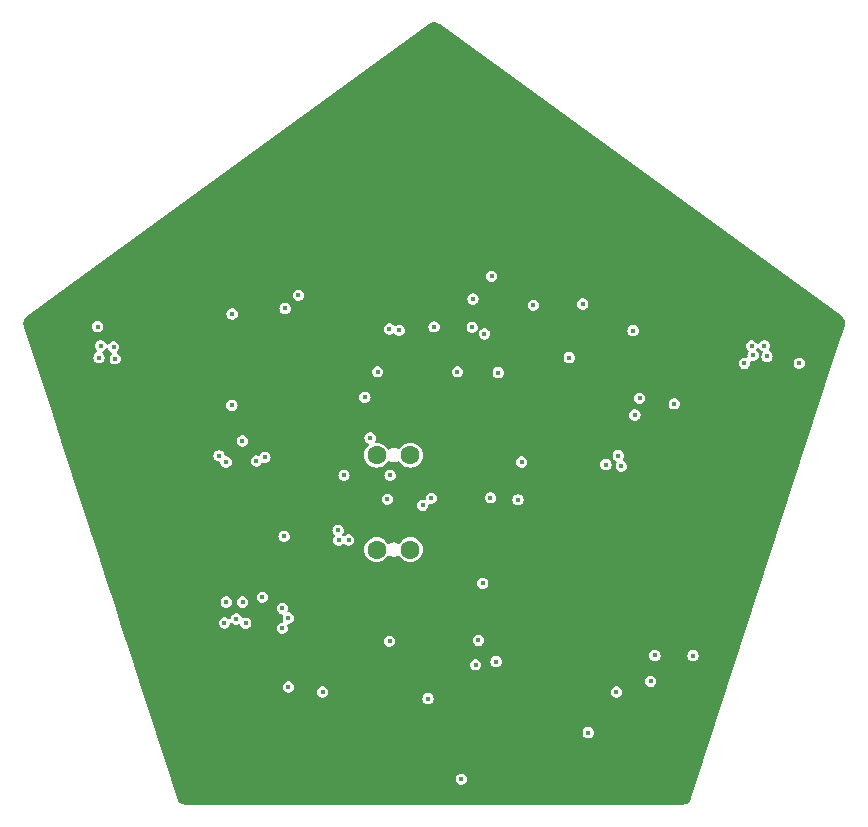
<source format=gbr>
%TF.GenerationSoftware,KiCad,Pcbnew,7.0.5*%
%TF.CreationDate,2024-03-28T22:27:53-05:00*%
%TF.ProjectId,LEDSphere,4c454453-7068-4657-9265-2e6b69636164,rev?*%
%TF.SameCoordinates,Original*%
%TF.FileFunction,Copper,L2,Inr*%
%TF.FilePolarity,Positive*%
%FSLAX46Y46*%
G04 Gerber Fmt 4.6, Leading zero omitted, Abs format (unit mm)*
G04 Created by KiCad (PCBNEW 7.0.5) date 2024-03-28 22:27:53*
%MOMM*%
%LPD*%
G01*
G04 APERTURE LIST*
%TA.AperFunction,ComponentPad*%
%ADD10C,1.600000*%
%TD*%
%TA.AperFunction,ViaPad*%
%ADD11C,0.450000*%
%TD*%
G04 APERTURE END LIST*
D10*
%TO.N,unconnected-(J200-MH5-PadMH1)*%
%TO.C,J200*%
X145235000Y-104740000D03*
%TO.N,unconnected-(J200-MH6-PadMH2)*%
X145235000Y-96740000D03*
%TO.N,unconnected-(J200-PadMH3)*%
X148095000Y-104740000D03*
%TO.N,unconnected-(J200-PadMH4)*%
X148095000Y-96740000D03*
%TD*%
D11*
%TO.N,+3V3*%
X131890000Y-96790000D03*
X164650543Y-97534500D03*
X140670000Y-116784500D03*
X135560000Y-108760000D03*
X162693200Y-83936800D03*
X161541800Y-88478200D03*
X135050000Y-97230000D03*
X135790000Y-96920000D03*
X158516400Y-84040000D03*
X166950000Y-86190000D03*
X165540000Y-116794500D03*
X132490000Y-97320000D03*
X137490000Y-84320000D03*
X146340000Y-112500000D03*
X153620000Y-114494500D03*
X165689500Y-96774500D03*
X138620000Y-83200000D03*
X165950000Y-97670000D03*
%TO.N,+5V*%
X178070000Y-87470000D03*
X178290000Y-88380000D03*
X132500000Y-109170000D03*
X133000000Y-84780000D03*
X121880000Y-87470000D03*
X177000000Y-87480000D03*
X133350000Y-110600000D03*
X177110000Y-88280000D03*
X134160000Y-110960000D03*
X137770000Y-116370000D03*
X123100000Y-88580000D03*
X121730000Y-88480000D03*
X137750000Y-110530000D03*
X132350000Y-110940000D03*
X122960000Y-87570000D03*
X133900000Y-109180000D03*
%TO.N,VBUS*%
X144690000Y-95280000D03*
X146380000Y-98444500D03*
X157210000Y-100510000D03*
X149880000Y-100390000D03*
X142475000Y-98444500D03*
%TO.N,FAST_OFF*%
X155350000Y-114220000D03*
X155530000Y-89750000D03*
%TO.N,Net-(D203-K)*%
X163150000Y-120220000D03*
X157520244Y-97313143D03*
%TO.N,Net-(D202-K)*%
X154860000Y-100344500D03*
X154220497Y-107589503D03*
%TO.N,SDA*%
X168800000Y-113700000D03*
X152400000Y-124170000D03*
X172020000Y-113710000D03*
X149590000Y-117350000D03*
%TO.N,AMP_LRCLK*%
X170430000Y-92390000D03*
X146320000Y-86050000D03*
%TO.N,AMP_BCLK*%
X147140000Y-86160000D03*
X167510000Y-91910000D03*
%TO.N,AMP_DIN*%
X167100000Y-93330000D03*
X150100000Y-85870000D03*
%TO.N,FUEL_ALERT*%
X153330000Y-85900000D03*
X168430000Y-115890000D03*
%TO.N,POWER_ALERT*%
X153860000Y-112420000D03*
X154367950Y-86470972D03*
%TO.N,BOOST_PG*%
X137250000Y-111390000D03*
X137250000Y-109710000D03*
X152065000Y-89684500D03*
%TO.N,VBUS_SENSE*%
X144240000Y-91840000D03*
X145320000Y-89684500D03*
%TO.N,TXD*%
X142040000Y-103920000D03*
X153400000Y-83520000D03*
%TO.N,RXD*%
X154980000Y-81585500D03*
X142860000Y-103930000D03*
%TO.N,D-*%
X149130000Y-100990000D03*
X146146800Y-100476800D03*
%TO.N,RTS*%
X137400000Y-103610000D03*
X132980000Y-92520000D03*
%TO.N,DTR*%
X141980000Y-103100000D03*
X133861249Y-95532032D03*
%TO.N,SERIAL_OUT*%
X181020000Y-88960000D03*
X176370000Y-88970000D03*
%TO.N,DOUT_5V*%
X121610000Y-85850000D03*
%TO.N,GND*%
X133780000Y-101450000D03*
X138260000Y-114060000D03*
X142020000Y-93890000D03*
X156080000Y-104850000D03*
X157440000Y-105990000D03*
X164110000Y-122030000D03*
X121850000Y-91000000D03*
X172070000Y-88294500D03*
X134530000Y-100700000D03*
X149840000Y-113390000D03*
X137450000Y-95850000D03*
X133030000Y-100700000D03*
X155330000Y-104850000D03*
X156980000Y-104880000D03*
X159305500Y-83500000D03*
X161153500Y-104803500D03*
X162575500Y-116880000D03*
X152653500Y-112940000D03*
X123030000Y-90080000D03*
X167100000Y-100344500D03*
X150070000Y-104720000D03*
X154580000Y-105600000D03*
X148455000Y-122025000D03*
X139010000Y-114060000D03*
X142670000Y-88250000D03*
X177580000Y-89870000D03*
X124940000Y-95930000D03*
X138260000Y-113310000D03*
X135653500Y-104823500D03*
X153440000Y-105430000D03*
X139950000Y-113570000D03*
X147200000Y-69590000D03*
X139608756Y-88316660D03*
X157290000Y-103870000D03*
X140948200Y-96708200D03*
X121850000Y-90060000D03*
X139955000Y-121895000D03*
X137510000Y-113310000D03*
X176670000Y-89820000D03*
X143750000Y-104920000D03*
X161170000Y-105670000D03*
X133030000Y-101450000D03*
X170130000Y-95210000D03*
X157680000Y-95850000D03*
X146900000Y-87860000D03*
X133335000Y-122030000D03*
X155330000Y-105600000D03*
X141180000Y-112160000D03*
X154580000Y-104850000D03*
X140115000Y-100990000D03*
X137820000Y-79830000D03*
X128171750Y-104168250D03*
X139010000Y-113310000D03*
X177110000Y-90820000D03*
X145820500Y-84370000D03*
X130185000Y-95920000D03*
X133780000Y-100700000D03*
X145690000Y-79830000D03*
X136670000Y-113570000D03*
X131455000Y-87845000D03*
X157370000Y-88250000D03*
X168105000Y-112315000D03*
X154565247Y-84333756D03*
X156955000Y-122025000D03*
X159835000Y-78955000D03*
X150600000Y-96610000D03*
X140370000Y-112170000D03*
X153460000Y-104350000D03*
X163060000Y-86229500D03*
X137510000Y-114060000D03*
X153780000Y-103390000D03*
X167923500Y-104880000D03*
X158423051Y-86326949D03*
X123030000Y-91140000D03*
X156080000Y-105600000D03*
X167580000Y-88360000D03*
X129073500Y-113570000D03*
X152640000Y-78790500D03*
%TD*%
%TA.AperFunction,Conductor*%
%TO.N,GND*%
G36*
X150245080Y-60096450D02*
G01*
X150270424Y-60101837D01*
X150384723Y-60138975D01*
X150408395Y-60149514D01*
X150520940Y-60214493D01*
X150526376Y-60218022D01*
X150562261Y-60244094D01*
X150562262Y-60244094D01*
X184609464Y-84980834D01*
X184612662Y-84983157D01*
X184617704Y-84987240D01*
X184689367Y-85051769D01*
X184714282Y-85074203D01*
X184731627Y-85093467D01*
X184802261Y-85190690D01*
X184815222Y-85213139D01*
X184864101Y-85322924D01*
X184872111Y-85347577D01*
X184897097Y-85465121D01*
X184899807Y-85490902D01*
X184899808Y-85611075D01*
X184897099Y-85636853D01*
X184870089Y-85763946D01*
X184868408Y-85770221D01*
X184242965Y-87695137D01*
X171862305Y-125798891D01*
X171851868Y-125831012D01*
X171848603Y-125841057D01*
X171846277Y-125847117D01*
X171793420Y-125965829D01*
X171780457Y-125988279D01*
X171709828Y-126085486D01*
X171692481Y-126104751D01*
X171603180Y-126185152D01*
X171582206Y-126200389D01*
X171478141Y-126260464D01*
X171454458Y-126271007D01*
X171340179Y-126308132D01*
X171314821Y-126313521D01*
X171185004Y-126327157D01*
X171178519Y-126327496D01*
X171124794Y-126327493D01*
X171124744Y-126327497D01*
X129046127Y-126327497D01*
X129039649Y-126327157D01*
X128982023Y-126321099D01*
X128910408Y-126313569D01*
X128885053Y-126308179D01*
X128770768Y-126271042D01*
X128747088Y-126260498D01*
X128643019Y-126200412D01*
X128622049Y-126185176D01*
X128532746Y-126104764D01*
X128515405Y-126085504D01*
X128444771Y-125988281D01*
X128431811Y-125965832D01*
X128378830Y-125846830D01*
X128376503Y-125840767D01*
X128362898Y-125798893D01*
X128362896Y-125798891D01*
X128358363Y-125784938D01*
X128358360Y-125784931D01*
X127833637Y-124170000D01*
X151919610Y-124170000D01*
X151939068Y-124305337D01*
X151939070Y-124305345D01*
X151995867Y-124429714D01*
X151995872Y-124429721D01*
X152085409Y-124533053D01*
X152085413Y-124533057D01*
X152145979Y-124571979D01*
X152200439Y-124606978D01*
X152266035Y-124626238D01*
X152331632Y-124645500D01*
X152331633Y-124645500D01*
X152468367Y-124645500D01*
X152599561Y-124606978D01*
X152714589Y-124533055D01*
X152804130Y-124429718D01*
X152860931Y-124305342D01*
X152880390Y-124170000D01*
X152860931Y-124034658D01*
X152848677Y-124007827D01*
X152804132Y-123910285D01*
X152804127Y-123910278D01*
X152714590Y-123806946D01*
X152714586Y-123806942D01*
X152599559Y-123733021D01*
X152468368Y-123694500D01*
X152468367Y-123694500D01*
X152331633Y-123694500D01*
X152331632Y-123694500D01*
X152200440Y-123733021D01*
X152085413Y-123806942D01*
X152085409Y-123806946D01*
X151995872Y-123910278D01*
X151995867Y-123910285D01*
X151939070Y-124034654D01*
X151939068Y-124034662D01*
X151919610Y-124170000D01*
X127833637Y-124170000D01*
X126550204Y-120219999D01*
X162669610Y-120219999D01*
X162689068Y-120355337D01*
X162689070Y-120355345D01*
X162745867Y-120479714D01*
X162745872Y-120479721D01*
X162835409Y-120583053D01*
X162835413Y-120583057D01*
X162895979Y-120621979D01*
X162950439Y-120656978D01*
X163016035Y-120676238D01*
X163081632Y-120695500D01*
X163081633Y-120695500D01*
X163218367Y-120695500D01*
X163349561Y-120656978D01*
X163464589Y-120583055D01*
X163554130Y-120479718D01*
X163610931Y-120355342D01*
X163630390Y-120220000D01*
X163610931Y-120084658D01*
X163598677Y-120057827D01*
X163554132Y-119960285D01*
X163554127Y-119960278D01*
X163464590Y-119856946D01*
X163464586Y-119856942D01*
X163349559Y-119783021D01*
X163218368Y-119744500D01*
X163218367Y-119744500D01*
X163081633Y-119744500D01*
X163081632Y-119744500D01*
X162950440Y-119783021D01*
X162835413Y-119856942D01*
X162835409Y-119856946D01*
X162745872Y-119960278D01*
X162745867Y-119960285D01*
X162689070Y-120084654D01*
X162689068Y-120084662D01*
X162669610Y-120219999D01*
X126550204Y-120219999D01*
X125617684Y-117349999D01*
X149109610Y-117349999D01*
X149129068Y-117485337D01*
X149129070Y-117485345D01*
X149185867Y-117609714D01*
X149185872Y-117609721D01*
X149275409Y-117713053D01*
X149275413Y-117713057D01*
X149335979Y-117751979D01*
X149390439Y-117786978D01*
X149456035Y-117806238D01*
X149521632Y-117825500D01*
X149521633Y-117825500D01*
X149658367Y-117825500D01*
X149789561Y-117786978D01*
X149904589Y-117713055D01*
X149994130Y-117609718D01*
X150050931Y-117485342D01*
X150070390Y-117350000D01*
X150050931Y-117214658D01*
X150020285Y-117147553D01*
X149994132Y-117090285D01*
X149994127Y-117090278D01*
X149904590Y-116986946D01*
X149904586Y-116986942D01*
X149789559Y-116913021D01*
X149658368Y-116874500D01*
X149658367Y-116874500D01*
X149521633Y-116874500D01*
X149521632Y-116874500D01*
X149390440Y-116913021D01*
X149275413Y-116986942D01*
X149275409Y-116986946D01*
X149185872Y-117090278D01*
X149185867Y-117090285D01*
X149129070Y-117214654D01*
X149129068Y-117214662D01*
X149109610Y-117349999D01*
X125617684Y-117349999D01*
X125299263Y-116369999D01*
X137289610Y-116369999D01*
X137309068Y-116505337D01*
X137309070Y-116505345D01*
X137365867Y-116629714D01*
X137365872Y-116629721D01*
X137455409Y-116733053D01*
X137455413Y-116733057D01*
X137515979Y-116771979D01*
X137570439Y-116806978D01*
X137636036Y-116826238D01*
X137701632Y-116845500D01*
X137701633Y-116845500D01*
X137838367Y-116845500D01*
X137969561Y-116806978D01*
X138004538Y-116784500D01*
X140189610Y-116784500D01*
X140209068Y-116919837D01*
X140209070Y-116919845D01*
X140265867Y-117044214D01*
X140265872Y-117044221D01*
X140355409Y-117147553D01*
X140355413Y-117147557D01*
X140415979Y-117186479D01*
X140470439Y-117221478D01*
X140504496Y-117231478D01*
X140601632Y-117260000D01*
X140601633Y-117260000D01*
X140738367Y-117260000D01*
X140869561Y-117221478D01*
X140984589Y-117147555D01*
X141074130Y-117044218D01*
X141130931Y-116919842D01*
X141148952Y-116794500D01*
X165059610Y-116794500D01*
X165079068Y-116929837D01*
X165079070Y-116929845D01*
X165135867Y-117054214D01*
X165135872Y-117054221D01*
X165225409Y-117157553D01*
X165225413Y-117157557D01*
X165285979Y-117196479D01*
X165340439Y-117231478D01*
X165406035Y-117250738D01*
X165471632Y-117270000D01*
X165471633Y-117270000D01*
X165608367Y-117270000D01*
X165739561Y-117231478D01*
X165854589Y-117157555D01*
X165944130Y-117054218D01*
X166000931Y-116929842D01*
X166020390Y-116794500D01*
X166000931Y-116659158D01*
X165987484Y-116629714D01*
X165944132Y-116534785D01*
X165944127Y-116534778D01*
X165854590Y-116431446D01*
X165854586Y-116431442D01*
X165739559Y-116357521D01*
X165608368Y-116319000D01*
X165608367Y-116319000D01*
X165471633Y-116319000D01*
X165471632Y-116319000D01*
X165340440Y-116357521D01*
X165225413Y-116431442D01*
X165225409Y-116431446D01*
X165135872Y-116534778D01*
X165135867Y-116534785D01*
X165079070Y-116659154D01*
X165079068Y-116659162D01*
X165059610Y-116794500D01*
X141148952Y-116794500D01*
X141150390Y-116784500D01*
X141130931Y-116649158D01*
X141118677Y-116622327D01*
X141074132Y-116524785D01*
X141074127Y-116524778D01*
X140984590Y-116421446D01*
X140984586Y-116421442D01*
X140893736Y-116363058D01*
X140869561Y-116347522D01*
X140869560Y-116347521D01*
X140869559Y-116347521D01*
X140738368Y-116309000D01*
X140738367Y-116309000D01*
X140601633Y-116309000D01*
X140601632Y-116309000D01*
X140470440Y-116347521D01*
X140355413Y-116421442D01*
X140355409Y-116421446D01*
X140265872Y-116524778D01*
X140265867Y-116524785D01*
X140209070Y-116649154D01*
X140209068Y-116649162D01*
X140189610Y-116784500D01*
X138004538Y-116784500D01*
X138084589Y-116733055D01*
X138174130Y-116629718D01*
X138230931Y-116505342D01*
X138250390Y-116370000D01*
X138230931Y-116234658D01*
X138218677Y-116207827D01*
X138174132Y-116110285D01*
X138174127Y-116110278D01*
X138084590Y-116006946D01*
X138084586Y-116006942D01*
X137969559Y-115933021D01*
X137838368Y-115894500D01*
X137838367Y-115894500D01*
X137701633Y-115894500D01*
X137701632Y-115894500D01*
X137570440Y-115933021D01*
X137455413Y-116006942D01*
X137455409Y-116006946D01*
X137365872Y-116110278D01*
X137365867Y-116110285D01*
X137309070Y-116234654D01*
X137309068Y-116234662D01*
X137289610Y-116369999D01*
X125299263Y-116369999D01*
X125143302Y-115889999D01*
X167949610Y-115889999D01*
X167969068Y-116025337D01*
X167969070Y-116025345D01*
X168025867Y-116149714D01*
X168025872Y-116149721D01*
X168115409Y-116253053D01*
X168115413Y-116253057D01*
X168175979Y-116291979D01*
X168230439Y-116326978D01*
X168296035Y-116346238D01*
X168361632Y-116365500D01*
X168361633Y-116365500D01*
X168498367Y-116365500D01*
X168629561Y-116326978D01*
X168744589Y-116253055D01*
X168834130Y-116149718D01*
X168890931Y-116025342D01*
X168910390Y-115890000D01*
X168890931Y-115754658D01*
X168878677Y-115727827D01*
X168834132Y-115630285D01*
X168834127Y-115630278D01*
X168744590Y-115526946D01*
X168744586Y-115526942D01*
X168629559Y-115453021D01*
X168498368Y-115414500D01*
X168498367Y-115414500D01*
X168361633Y-115414500D01*
X168361632Y-115414500D01*
X168230440Y-115453021D01*
X168115413Y-115526942D01*
X168115409Y-115526946D01*
X168025872Y-115630278D01*
X168025867Y-115630285D01*
X167969070Y-115754654D01*
X167969068Y-115754662D01*
X167949610Y-115889999D01*
X125143302Y-115889999D01*
X124689876Y-114494499D01*
X153139610Y-114494499D01*
X153159068Y-114629837D01*
X153159070Y-114629845D01*
X153215867Y-114754214D01*
X153215872Y-114754221D01*
X153305409Y-114857553D01*
X153305413Y-114857557D01*
X153365979Y-114896479D01*
X153420439Y-114931478D01*
X153486035Y-114950738D01*
X153551632Y-114970000D01*
X153551633Y-114970000D01*
X153688367Y-114970000D01*
X153819561Y-114931478D01*
X153934589Y-114857555D01*
X154024130Y-114754218D01*
X154080931Y-114629842D01*
X154100390Y-114494500D01*
X154080931Y-114359158D01*
X154068677Y-114332327D01*
X154024132Y-114234785D01*
X154024127Y-114234778D01*
X154011321Y-114219999D01*
X154869610Y-114219999D01*
X154889068Y-114355337D01*
X154889070Y-114355345D01*
X154945867Y-114479714D01*
X154945872Y-114479721D01*
X155035409Y-114583053D01*
X155035413Y-114583057D01*
X155095979Y-114621979D01*
X155150439Y-114656978D01*
X155216035Y-114676238D01*
X155281632Y-114695500D01*
X155281633Y-114695500D01*
X155418367Y-114695500D01*
X155549561Y-114656978D01*
X155664589Y-114583055D01*
X155754130Y-114479718D01*
X155810931Y-114355342D01*
X155830390Y-114220000D01*
X155810931Y-114084658D01*
X155758441Y-113969721D01*
X155754132Y-113960285D01*
X155754127Y-113960278D01*
X155664590Y-113856946D01*
X155664586Y-113856942D01*
X155549559Y-113783021D01*
X155418368Y-113744500D01*
X155418367Y-113744500D01*
X155281633Y-113744500D01*
X155281632Y-113744500D01*
X155150440Y-113783021D01*
X155035413Y-113856942D01*
X155035409Y-113856946D01*
X154945872Y-113960278D01*
X154945867Y-113960285D01*
X154889070Y-114084654D01*
X154889068Y-114084662D01*
X154869610Y-114219999D01*
X154011321Y-114219999D01*
X153934590Y-114131446D01*
X153934586Y-114131442D01*
X153843728Y-114073053D01*
X153819561Y-114057522D01*
X153819560Y-114057521D01*
X153819559Y-114057521D01*
X153688368Y-114019000D01*
X153688367Y-114019000D01*
X153551633Y-114019000D01*
X153551632Y-114019000D01*
X153420440Y-114057521D01*
X153305413Y-114131442D01*
X153305409Y-114131446D01*
X153215872Y-114234778D01*
X153215867Y-114234785D01*
X153159070Y-114359154D01*
X153159068Y-114359162D01*
X153139610Y-114494499D01*
X124689876Y-114494499D01*
X124431728Y-113700000D01*
X168319610Y-113700000D01*
X168339068Y-113835337D01*
X168339070Y-113835345D01*
X168395867Y-113959714D01*
X168395872Y-113959721D01*
X168485409Y-114063053D01*
X168485413Y-114063057D01*
X168545979Y-114101979D01*
X168600439Y-114136978D01*
X168634496Y-114146978D01*
X168731632Y-114175500D01*
X168731633Y-114175500D01*
X168868367Y-114175500D01*
X168999561Y-114136978D01*
X169114589Y-114063055D01*
X169204130Y-113959718D01*
X169260931Y-113835342D01*
X169278952Y-113710000D01*
X171539610Y-113710000D01*
X171559068Y-113845337D01*
X171559070Y-113845345D01*
X171615867Y-113969714D01*
X171615872Y-113969721D01*
X171705409Y-114073053D01*
X171705413Y-114073057D01*
X171765979Y-114111979D01*
X171820439Y-114146978D01*
X171886035Y-114166238D01*
X171951632Y-114185500D01*
X171951633Y-114185500D01*
X172088367Y-114185500D01*
X172219561Y-114146978D01*
X172334589Y-114073055D01*
X172424130Y-113969718D01*
X172480931Y-113845342D01*
X172500390Y-113710000D01*
X172480931Y-113574658D01*
X172468677Y-113547827D01*
X172424132Y-113450285D01*
X172424127Y-113450278D01*
X172334590Y-113346946D01*
X172334586Y-113346942D01*
X172219559Y-113273021D01*
X172088368Y-113234500D01*
X172088367Y-113234500D01*
X171951633Y-113234500D01*
X171951632Y-113234500D01*
X171820440Y-113273021D01*
X171705413Y-113346942D01*
X171705409Y-113346946D01*
X171615872Y-113450278D01*
X171615867Y-113450285D01*
X171559070Y-113574654D01*
X171559068Y-113574662D01*
X171539610Y-113710000D01*
X169278952Y-113710000D01*
X169280390Y-113700000D01*
X169260931Y-113564658D01*
X169248677Y-113537827D01*
X169204132Y-113440285D01*
X169204127Y-113440278D01*
X169114590Y-113336946D01*
X169114586Y-113336942D01*
X169023736Y-113278558D01*
X168999561Y-113263022D01*
X168999560Y-113263021D01*
X168999559Y-113263021D01*
X168868368Y-113224500D01*
X168868367Y-113224500D01*
X168731633Y-113224500D01*
X168731632Y-113224500D01*
X168600440Y-113263021D01*
X168485413Y-113336942D01*
X168485409Y-113336946D01*
X168395872Y-113440278D01*
X168395867Y-113440285D01*
X168339070Y-113564654D01*
X168339068Y-113564662D01*
X168319610Y-113700000D01*
X124431728Y-113700000D01*
X124041824Y-112499999D01*
X145859610Y-112499999D01*
X145879068Y-112635337D01*
X145879070Y-112635345D01*
X145935867Y-112759714D01*
X145935872Y-112759721D01*
X146025409Y-112863053D01*
X146025413Y-112863057D01*
X146075897Y-112895500D01*
X146140439Y-112936978D01*
X146206035Y-112956238D01*
X146271632Y-112975500D01*
X146271633Y-112975500D01*
X146408367Y-112975500D01*
X146539561Y-112936978D01*
X146654589Y-112863055D01*
X146744130Y-112759718D01*
X146800931Y-112635342D01*
X146820390Y-112500000D01*
X146808888Y-112420000D01*
X153379610Y-112420000D01*
X153399068Y-112555337D01*
X153399070Y-112555345D01*
X153455867Y-112679714D01*
X153455872Y-112679721D01*
X153545409Y-112783053D01*
X153545413Y-112783057D01*
X153605979Y-112821979D01*
X153660439Y-112856978D01*
X153726035Y-112876238D01*
X153791632Y-112895500D01*
X153791633Y-112895500D01*
X153928367Y-112895500D01*
X154059561Y-112856978D01*
X154174589Y-112783055D01*
X154264130Y-112679718D01*
X154320931Y-112555342D01*
X154340390Y-112420000D01*
X154320931Y-112284658D01*
X154308677Y-112257827D01*
X154264132Y-112160285D01*
X154264127Y-112160278D01*
X154174590Y-112056946D01*
X154174586Y-112056942D01*
X154059559Y-111983021D01*
X153928368Y-111944500D01*
X153928367Y-111944500D01*
X153791633Y-111944500D01*
X153791632Y-111944500D01*
X153660440Y-111983021D01*
X153545413Y-112056942D01*
X153545409Y-112056946D01*
X153455872Y-112160278D01*
X153455867Y-112160285D01*
X153399070Y-112284654D01*
X153399068Y-112284662D01*
X153379610Y-112420000D01*
X146808888Y-112420000D01*
X146800931Y-112364658D01*
X146764394Y-112284654D01*
X146744132Y-112240285D01*
X146744127Y-112240278D01*
X146654590Y-112136946D01*
X146654586Y-112136942D01*
X146539559Y-112063021D01*
X146408368Y-112024500D01*
X146408367Y-112024500D01*
X146271633Y-112024500D01*
X146271632Y-112024500D01*
X146140440Y-112063021D01*
X146025413Y-112136942D01*
X146025409Y-112136946D01*
X145935872Y-112240278D01*
X145935867Y-112240285D01*
X145879070Y-112364654D01*
X145879068Y-112364662D01*
X145859610Y-112499999D01*
X124041824Y-112499999D01*
X123534950Y-110940000D01*
X131869610Y-110940000D01*
X131872925Y-110963055D01*
X131889068Y-111075337D01*
X131889070Y-111075345D01*
X131945867Y-111199714D01*
X131945872Y-111199721D01*
X132035409Y-111303053D01*
X132035413Y-111303057D01*
X132066535Y-111323057D01*
X132150439Y-111376978D01*
X132194788Y-111390000D01*
X132281632Y-111415500D01*
X132281633Y-111415500D01*
X132418367Y-111415500D01*
X132549561Y-111376978D01*
X132664589Y-111303055D01*
X132754130Y-111199718D01*
X132810931Y-111075342D01*
X132818083Y-111025597D01*
X132847108Y-110962043D01*
X132905886Y-110924268D01*
X132975755Y-110924268D01*
X133028126Y-110957923D01*
X133028711Y-110957249D01*
X133033404Y-110961316D01*
X133034532Y-110962040D01*
X133034534Y-110962042D01*
X133034534Y-110962043D01*
X133035409Y-110963053D01*
X133035413Y-110963057D01*
X133095979Y-111001979D01*
X133150439Y-111036978D01*
X133188988Y-111048297D01*
X133281632Y-111075500D01*
X133281633Y-111075500D01*
X133418367Y-111075500D01*
X133549561Y-111036978D01*
X133549561Y-111036977D01*
X133554795Y-111035441D01*
X133624665Y-111035441D01*
X133683443Y-111073215D01*
X133702524Y-111102907D01*
X133755867Y-111219714D01*
X133755872Y-111219721D01*
X133845409Y-111323053D01*
X133845413Y-111323057D01*
X133905979Y-111361979D01*
X133960439Y-111396978D01*
X134023519Y-111415500D01*
X134091632Y-111435500D01*
X134091633Y-111435500D01*
X134228367Y-111435500D01*
X134359561Y-111396978D01*
X134370419Y-111390000D01*
X136769610Y-111390000D01*
X136789068Y-111525337D01*
X136789070Y-111525345D01*
X136845867Y-111649714D01*
X136845872Y-111649721D01*
X136935409Y-111753053D01*
X136935413Y-111753057D01*
X136995979Y-111791979D01*
X137050439Y-111826978D01*
X137116036Y-111846238D01*
X137181632Y-111865500D01*
X137181633Y-111865500D01*
X137318367Y-111865500D01*
X137449561Y-111826978D01*
X137564589Y-111753055D01*
X137654130Y-111649718D01*
X137710931Y-111525342D01*
X137730390Y-111390000D01*
X137710931Y-111254658D01*
X137677296Y-111181009D01*
X137667354Y-111111852D01*
X137696379Y-111048297D01*
X137755158Y-111010523D01*
X137790092Y-111005500D01*
X137818367Y-111005500D01*
X137949561Y-110966978D01*
X138064589Y-110893055D01*
X138154130Y-110789718D01*
X138210931Y-110665342D01*
X138230390Y-110530000D01*
X138210931Y-110394658D01*
X138180100Y-110327147D01*
X138154132Y-110270285D01*
X138154127Y-110270278D01*
X138064590Y-110166946D01*
X138064586Y-110166942D01*
X137949559Y-110093021D01*
X137818368Y-110054500D01*
X137818367Y-110054500D01*
X137808359Y-110054500D01*
X137741320Y-110034815D01*
X137695565Y-109982011D01*
X137685621Y-109912853D01*
X137695562Y-109878994D01*
X137710931Y-109845342D01*
X137730390Y-109710000D01*
X137710931Y-109574658D01*
X137691932Y-109533057D01*
X137654132Y-109450285D01*
X137654127Y-109450278D01*
X137564590Y-109346946D01*
X137564586Y-109346942D01*
X137449559Y-109273021D01*
X137318368Y-109234500D01*
X137318367Y-109234500D01*
X137181633Y-109234500D01*
X137181632Y-109234500D01*
X137050440Y-109273021D01*
X136935413Y-109346942D01*
X136935409Y-109346946D01*
X136845872Y-109450278D01*
X136845867Y-109450285D01*
X136789070Y-109574654D01*
X136789068Y-109574662D01*
X136769610Y-109709999D01*
X136789068Y-109845337D01*
X136789070Y-109845345D01*
X136845867Y-109969714D01*
X136845872Y-109969721D01*
X136935409Y-110073053D01*
X136935413Y-110073057D01*
X136995979Y-110111979D01*
X137050439Y-110146978D01*
X137105080Y-110163022D01*
X137181632Y-110185500D01*
X137191641Y-110185500D01*
X137258680Y-110205185D01*
X137304435Y-110257989D01*
X137314379Y-110327147D01*
X137304437Y-110361005D01*
X137290526Y-110391466D01*
X137289068Y-110394660D01*
X137289068Y-110394662D01*
X137269610Y-110529999D01*
X137289068Y-110665337D01*
X137289068Y-110665339D01*
X137289068Y-110665340D01*
X137289069Y-110665342D01*
X137305024Y-110700278D01*
X137322703Y-110738989D01*
X137332646Y-110808148D01*
X137303621Y-110871703D01*
X137244842Y-110909477D01*
X137209908Y-110914500D01*
X137181632Y-110914500D01*
X137050440Y-110953021D01*
X136935413Y-111026942D01*
X136935409Y-111026946D01*
X136845872Y-111130278D01*
X136845867Y-111130285D01*
X136789070Y-111254654D01*
X136789068Y-111254662D01*
X136769610Y-111390000D01*
X134370419Y-111390000D01*
X134474589Y-111323055D01*
X134564130Y-111219718D01*
X134620931Y-111095342D01*
X134640390Y-110960000D01*
X134620931Y-110824658D01*
X134581807Y-110738989D01*
X134564132Y-110700285D01*
X134564127Y-110700278D01*
X134474590Y-110596946D01*
X134474586Y-110596942D01*
X134370419Y-110530000D01*
X134359561Y-110523022D01*
X134359560Y-110523021D01*
X134359559Y-110523021D01*
X134228368Y-110484500D01*
X134228367Y-110484500D01*
X134091633Y-110484500D01*
X134091630Y-110484500D01*
X133955203Y-110524558D01*
X133885333Y-110524558D01*
X133826556Y-110486783D01*
X133807479Y-110457101D01*
X133754130Y-110340282D01*
X133693475Y-110270282D01*
X133664590Y-110236946D01*
X133664586Y-110236942D01*
X133555665Y-110166945D01*
X133549561Y-110163022D01*
X133549560Y-110163021D01*
X133549559Y-110163021D01*
X133418368Y-110124500D01*
X133418367Y-110124500D01*
X133281633Y-110124500D01*
X133281632Y-110124500D01*
X133150440Y-110163021D01*
X133035413Y-110236942D01*
X133035409Y-110236946D01*
X132945872Y-110340278D01*
X132945867Y-110340285D01*
X132889070Y-110464654D01*
X132889068Y-110464661D01*
X132881916Y-110514403D01*
X132852890Y-110577958D01*
X132794111Y-110615732D01*
X132724241Y-110615731D01*
X132671874Y-110582075D01*
X132671289Y-110582751D01*
X132666588Y-110578677D01*
X132665464Y-110577955D01*
X132664589Y-110576945D01*
X132664586Y-110576942D01*
X132549559Y-110503021D01*
X132418368Y-110464500D01*
X132418367Y-110464500D01*
X132281633Y-110464500D01*
X132281632Y-110464500D01*
X132150440Y-110503021D01*
X132035413Y-110576942D01*
X132035409Y-110576946D01*
X131945872Y-110680278D01*
X131945867Y-110680285D01*
X131889070Y-110804654D01*
X131889068Y-110804662D01*
X131876359Y-110893057D01*
X131869610Y-110940000D01*
X123534950Y-110940000D01*
X122959842Y-109169999D01*
X132019610Y-109169999D01*
X132039068Y-109305337D01*
X132039070Y-109305345D01*
X132095867Y-109429714D01*
X132095872Y-109429721D01*
X132185409Y-109533053D01*
X132185413Y-109533057D01*
X132245979Y-109571979D01*
X132300439Y-109606978D01*
X132334496Y-109616978D01*
X132431632Y-109645500D01*
X132431633Y-109645500D01*
X132568367Y-109645500D01*
X132699561Y-109606978D01*
X132814589Y-109533055D01*
X132904130Y-109429718D01*
X132960931Y-109305342D01*
X132978952Y-109180000D01*
X133419610Y-109180000D01*
X133439068Y-109315337D01*
X133439070Y-109315345D01*
X133495867Y-109439714D01*
X133495872Y-109439721D01*
X133585409Y-109543053D01*
X133585413Y-109543057D01*
X133634587Y-109574658D01*
X133700439Y-109616978D01*
X133766035Y-109636238D01*
X133831632Y-109655500D01*
X133831633Y-109655500D01*
X133968367Y-109655500D01*
X134099561Y-109616978D01*
X134214589Y-109543055D01*
X134304130Y-109439718D01*
X134360931Y-109315342D01*
X134380390Y-109180000D01*
X134360931Y-109044658D01*
X134348677Y-109017827D01*
X134304132Y-108920285D01*
X134304127Y-108920278D01*
X134214590Y-108816946D01*
X134214586Y-108816942D01*
X134125978Y-108759999D01*
X135079610Y-108759999D01*
X135099068Y-108895337D01*
X135099070Y-108895345D01*
X135155867Y-109019714D01*
X135155872Y-109019721D01*
X135245409Y-109123053D01*
X135245413Y-109123057D01*
X135305979Y-109161979D01*
X135360439Y-109196978D01*
X135426035Y-109216238D01*
X135491632Y-109235500D01*
X135491633Y-109235500D01*
X135628367Y-109235500D01*
X135759561Y-109196978D01*
X135874589Y-109123055D01*
X135964130Y-109019718D01*
X136020931Y-108895342D01*
X136040390Y-108760000D01*
X136020931Y-108624658D01*
X136008677Y-108597827D01*
X135964132Y-108500285D01*
X135964127Y-108500278D01*
X135874590Y-108396946D01*
X135874586Y-108396942D01*
X135759559Y-108323021D01*
X135628368Y-108284500D01*
X135628367Y-108284500D01*
X135491633Y-108284500D01*
X135491632Y-108284500D01*
X135360440Y-108323021D01*
X135245413Y-108396942D01*
X135245409Y-108396946D01*
X135155872Y-108500278D01*
X135155867Y-108500285D01*
X135099070Y-108624654D01*
X135099068Y-108624662D01*
X135079610Y-108759999D01*
X134125978Y-108759999D01*
X134099559Y-108743021D01*
X133968368Y-108704500D01*
X133968367Y-108704500D01*
X133831633Y-108704500D01*
X133831632Y-108704500D01*
X133700440Y-108743021D01*
X133585413Y-108816942D01*
X133585409Y-108816946D01*
X133495872Y-108920278D01*
X133495867Y-108920285D01*
X133439070Y-109044654D01*
X133439068Y-109044662D01*
X133419610Y-109180000D01*
X132978952Y-109180000D01*
X132980390Y-109170000D01*
X132960931Y-109034658D01*
X132948677Y-109007827D01*
X132904132Y-108910285D01*
X132904127Y-108910278D01*
X132814590Y-108806946D01*
X132814586Y-108806942D01*
X132723736Y-108748558D01*
X132699561Y-108733022D01*
X132699560Y-108733021D01*
X132699559Y-108733021D01*
X132568368Y-108694500D01*
X132568367Y-108694500D01*
X132431633Y-108694500D01*
X132431632Y-108694500D01*
X132300440Y-108733021D01*
X132185413Y-108806942D01*
X132185409Y-108806946D01*
X132095872Y-108910278D01*
X132095867Y-108910285D01*
X132039070Y-109034654D01*
X132039068Y-109034662D01*
X132019610Y-109169999D01*
X122959842Y-109169999D01*
X122446308Y-107589503D01*
X153740107Y-107589503D01*
X153759565Y-107724840D01*
X153759567Y-107724848D01*
X153816364Y-107849217D01*
X153816369Y-107849224D01*
X153905906Y-107952556D01*
X153905910Y-107952560D01*
X153966476Y-107991482D01*
X154020936Y-108026481D01*
X154086532Y-108045741D01*
X154152129Y-108065003D01*
X154152130Y-108065003D01*
X154288864Y-108065003D01*
X154420058Y-108026481D01*
X154535086Y-107952558D01*
X154624627Y-107849221D01*
X154681428Y-107724845D01*
X154700887Y-107589503D01*
X154681428Y-107454161D01*
X154669174Y-107427330D01*
X154624629Y-107329788D01*
X154624624Y-107329781D01*
X154535087Y-107226449D01*
X154535083Y-107226445D01*
X154420056Y-107152524D01*
X154288865Y-107114003D01*
X154288864Y-107114003D01*
X154152130Y-107114003D01*
X154152129Y-107114003D01*
X154020937Y-107152524D01*
X153905910Y-107226445D01*
X153905906Y-107226449D01*
X153816369Y-107329781D01*
X153816364Y-107329788D01*
X153759567Y-107454157D01*
X153759565Y-107454165D01*
X153740107Y-107589503D01*
X122446308Y-107589503D01*
X121520448Y-104740000D01*
X144179417Y-104740000D01*
X144199699Y-104945932D01*
X144199700Y-104945934D01*
X144259768Y-105143954D01*
X144357315Y-105326450D01*
X144364367Y-105335043D01*
X144488589Y-105486410D01*
X144585209Y-105565702D01*
X144648550Y-105617685D01*
X144831046Y-105715232D01*
X145029066Y-105775300D01*
X145029065Y-105775300D01*
X145047529Y-105777118D01*
X145235000Y-105795583D01*
X145440934Y-105775300D01*
X145638954Y-105715232D01*
X145821450Y-105617685D01*
X145981410Y-105486410D01*
X146112685Y-105326450D01*
X146133913Y-105286734D01*
X146182874Y-105236891D01*
X146251012Y-105221430D01*
X146303008Y-105236526D01*
X146438841Y-105311201D01*
X146438845Y-105311203D01*
X146588002Y-105349500D01*
X146588006Y-105349500D01*
X146703342Y-105349500D01*
X146703344Y-105349500D01*
X146703349Y-105349499D01*
X146703353Y-105349499D01*
X146714632Y-105348073D01*
X146817781Y-105335043D01*
X146960962Y-105278354D01*
X147011941Y-105241315D01*
X147077748Y-105217834D01*
X147145802Y-105233659D01*
X147194184Y-105283176D01*
X147217315Y-105326450D01*
X147224367Y-105335043D01*
X147348589Y-105486410D01*
X147445209Y-105565702D01*
X147508550Y-105617685D01*
X147691046Y-105715232D01*
X147889066Y-105775300D01*
X147889065Y-105775300D01*
X147907529Y-105777118D01*
X148095000Y-105795583D01*
X148300934Y-105775300D01*
X148498954Y-105715232D01*
X148681450Y-105617685D01*
X148841410Y-105486410D01*
X148972685Y-105326450D01*
X149070232Y-105143954D01*
X149130300Y-104945934D01*
X149150583Y-104740000D01*
X149130300Y-104534066D01*
X149070232Y-104336046D01*
X148972685Y-104153550D01*
X148916838Y-104085500D01*
X148841410Y-103993589D01*
X148690474Y-103869721D01*
X148681450Y-103862315D01*
X148498954Y-103764768D01*
X148300934Y-103704700D01*
X148300932Y-103704699D01*
X148300934Y-103704699D01*
X148095000Y-103684417D01*
X147889067Y-103704699D01*
X147691043Y-103764769D01*
X147580898Y-103823643D01*
X147508550Y-103862315D01*
X147508548Y-103862316D01*
X147508547Y-103862317D01*
X147348589Y-103993589D01*
X147217316Y-104153547D01*
X147196085Y-104193267D01*
X147147121Y-104243110D01*
X147078983Y-104258569D01*
X147026991Y-104243473D01*
X146891158Y-104168798D01*
X146891148Y-104168795D01*
X146742001Y-104130500D01*
X146741998Y-104130500D01*
X146626656Y-104130500D01*
X146626646Y-104130500D01*
X146522622Y-104143642D01*
X146512219Y-104144957D01*
X146490513Y-104153551D01*
X146369036Y-104201646D01*
X146318056Y-104238685D01*
X146252249Y-104262164D01*
X146184196Y-104246338D01*
X146135814Y-104196820D01*
X146112686Y-104153551D01*
X146112684Y-104153549D01*
X146112682Y-104153547D01*
X146056838Y-104085500D01*
X145981410Y-103993589D01*
X145830474Y-103869721D01*
X145821450Y-103862315D01*
X145638954Y-103764768D01*
X145440934Y-103704700D01*
X145440932Y-103704699D01*
X145440934Y-103704699D01*
X145235000Y-103684417D01*
X145029067Y-103704699D01*
X144831043Y-103764769D01*
X144720898Y-103823643D01*
X144648550Y-103862315D01*
X144648548Y-103862316D01*
X144648547Y-103862317D01*
X144488589Y-103993589D01*
X144364367Y-104144957D01*
X144357315Y-104153550D01*
X144349165Y-104168798D01*
X144259769Y-104336043D01*
X144199699Y-104534067D01*
X144179417Y-104740000D01*
X121520448Y-104740000D01*
X121153289Y-103610000D01*
X136919610Y-103610000D01*
X136939068Y-103745337D01*
X136939070Y-103745345D01*
X136995867Y-103869714D01*
X136995872Y-103869721D01*
X137085409Y-103973053D01*
X137085413Y-103973057D01*
X137145979Y-104011979D01*
X137200439Y-104046978D01*
X137262964Y-104065337D01*
X137331632Y-104085500D01*
X137331633Y-104085500D01*
X137468367Y-104085500D01*
X137599561Y-104046978D01*
X137714589Y-103973055D01*
X137804130Y-103869718D01*
X137860931Y-103745342D01*
X137880390Y-103610000D01*
X137860931Y-103474658D01*
X137824175Y-103394174D01*
X137804132Y-103350285D01*
X137804127Y-103350278D01*
X137714590Y-103246946D01*
X137714586Y-103246942D01*
X137599559Y-103173021D01*
X137468368Y-103134500D01*
X137468367Y-103134500D01*
X137331633Y-103134500D01*
X137331632Y-103134500D01*
X137200440Y-103173021D01*
X137085413Y-103246942D01*
X137085409Y-103246946D01*
X136995872Y-103350278D01*
X136995867Y-103350285D01*
X136939070Y-103474654D01*
X136939068Y-103474662D01*
X136919610Y-103610000D01*
X121153289Y-103610000D01*
X120987580Y-103100000D01*
X141499610Y-103100000D01*
X141519068Y-103235337D01*
X141519070Y-103235345D01*
X141575867Y-103359714D01*
X141575872Y-103359722D01*
X141665726Y-103463419D01*
X141694751Y-103526974D01*
X141684807Y-103596133D01*
X141665728Y-103625821D01*
X141635872Y-103660277D01*
X141635867Y-103660285D01*
X141579070Y-103784654D01*
X141579068Y-103784662D01*
X141559610Y-103920000D01*
X141579068Y-104055337D01*
X141579070Y-104055345D01*
X141635867Y-104179714D01*
X141635872Y-104179721D01*
X141725409Y-104283053D01*
X141725413Y-104283057D01*
X141785979Y-104321979D01*
X141840439Y-104356978D01*
X141874496Y-104366978D01*
X141971632Y-104395500D01*
X141971633Y-104395500D01*
X142108367Y-104395500D01*
X142239561Y-104356978D01*
X142354589Y-104283055D01*
X142354591Y-104283052D01*
X142361289Y-104277249D01*
X142362875Y-104279079D01*
X142410713Y-104248325D01*
X142480583Y-104248314D01*
X142539367Y-104286080D01*
X142545411Y-104293055D01*
X142545413Y-104293056D01*
X142545413Y-104293057D01*
X142605979Y-104331979D01*
X142660439Y-104366978D01*
X142726035Y-104386238D01*
X142791632Y-104405500D01*
X142791633Y-104405500D01*
X142928367Y-104405500D01*
X143059561Y-104366978D01*
X143174589Y-104293055D01*
X143264130Y-104189718D01*
X143320931Y-104065342D01*
X143340390Y-103930000D01*
X143320931Y-103794658D01*
X143307281Y-103764768D01*
X143264132Y-103670285D01*
X143264127Y-103670278D01*
X143174590Y-103566946D01*
X143174586Y-103566942D01*
X143059559Y-103493021D01*
X142928368Y-103454500D01*
X142928367Y-103454500D01*
X142791633Y-103454500D01*
X142791632Y-103454500D01*
X142660440Y-103493021D01*
X142545413Y-103566942D01*
X142538711Y-103572751D01*
X142537129Y-103570925D01*
X142489235Y-103601688D01*
X142419365Y-103601669D01*
X142360617Y-103563902D01*
X142354271Y-103556578D01*
X142325248Y-103493021D01*
X142335193Y-103423863D01*
X142354274Y-103394174D01*
X142384127Y-103359722D01*
X142384128Y-103359720D01*
X142384130Y-103359718D01*
X142440931Y-103235342D01*
X142460390Y-103100000D01*
X142440931Y-102964658D01*
X142428677Y-102937827D01*
X142384132Y-102840285D01*
X142384127Y-102840278D01*
X142294590Y-102736946D01*
X142294586Y-102736942D01*
X142179559Y-102663021D01*
X142048368Y-102624500D01*
X142048367Y-102624500D01*
X141911633Y-102624500D01*
X141911632Y-102624500D01*
X141780440Y-102663021D01*
X141665413Y-102736942D01*
X141665409Y-102736946D01*
X141575872Y-102840278D01*
X141575867Y-102840285D01*
X141519070Y-102964654D01*
X141519068Y-102964662D01*
X141499610Y-103100000D01*
X120987580Y-103100000D01*
X120301999Y-100989999D01*
X148649610Y-100989999D01*
X148669068Y-101125337D01*
X148669070Y-101125345D01*
X148725867Y-101249714D01*
X148725872Y-101249721D01*
X148815409Y-101353053D01*
X148815413Y-101353057D01*
X148875979Y-101391979D01*
X148930439Y-101426978D01*
X148996036Y-101446238D01*
X149061632Y-101465500D01*
X149061633Y-101465500D01*
X149198367Y-101465500D01*
X149329561Y-101426978D01*
X149444589Y-101353055D01*
X149534130Y-101249718D01*
X149590931Y-101125342D01*
X149610390Y-100990000D01*
X149610290Y-100989305D01*
X149610390Y-100988610D01*
X149610390Y-100981131D01*
X149611465Y-100981131D01*
X149620230Y-100920147D01*
X149665983Y-100867341D01*
X149733022Y-100847654D01*
X149767962Y-100852677D01*
X149811632Y-100865500D01*
X149811633Y-100865500D01*
X149948367Y-100865500D01*
X150079561Y-100826978D01*
X150194589Y-100753055D01*
X150284130Y-100649718D01*
X150286129Y-100645342D01*
X150301289Y-100612145D01*
X150340931Y-100525342D01*
X150360390Y-100390000D01*
X150353848Y-100344499D01*
X154379610Y-100344499D01*
X154399068Y-100479837D01*
X154399070Y-100479845D01*
X154455867Y-100604214D01*
X154455872Y-100604221D01*
X154545409Y-100707553D01*
X154545413Y-100707557D01*
X154605979Y-100746479D01*
X154660439Y-100781478D01*
X154726035Y-100800739D01*
X154791632Y-100820000D01*
X154791633Y-100820000D01*
X154928367Y-100820000D01*
X155059561Y-100781478D01*
X155174589Y-100707555D01*
X155264130Y-100604218D01*
X155307158Y-100510000D01*
X156729610Y-100510000D01*
X156732823Y-100532345D01*
X156749068Y-100645337D01*
X156749070Y-100645345D01*
X156805867Y-100769714D01*
X156805872Y-100769721D01*
X156895409Y-100873053D01*
X156895413Y-100873057D01*
X156955979Y-100911979D01*
X157010439Y-100946978D01*
X157076036Y-100966238D01*
X157141632Y-100985500D01*
X157141633Y-100985500D01*
X157278367Y-100985500D01*
X157409561Y-100946978D01*
X157524589Y-100873055D01*
X157614130Y-100769718D01*
X157670931Y-100645342D01*
X157690390Y-100510000D01*
X157670931Y-100374658D01*
X157655767Y-100341454D01*
X157614132Y-100250285D01*
X157614127Y-100250278D01*
X157524590Y-100146946D01*
X157524586Y-100146942D01*
X157409559Y-100073021D01*
X157278368Y-100034500D01*
X157278367Y-100034500D01*
X157141633Y-100034500D01*
X157141632Y-100034500D01*
X157010440Y-100073021D01*
X156895413Y-100146942D01*
X156895409Y-100146946D01*
X156805872Y-100250278D01*
X156805867Y-100250285D01*
X156749070Y-100374654D01*
X156749068Y-100374662D01*
X156729610Y-100509999D01*
X156729610Y-100510000D01*
X155307158Y-100510000D01*
X155320931Y-100479842D01*
X155340390Y-100344500D01*
X155320931Y-100209158D01*
X155284911Y-100130285D01*
X155264132Y-100084785D01*
X155264127Y-100084778D01*
X155174590Y-99981446D01*
X155174586Y-99981442D01*
X155059559Y-99907521D01*
X154928368Y-99869000D01*
X154928367Y-99869000D01*
X154791633Y-99869000D01*
X154791632Y-99869000D01*
X154660440Y-99907521D01*
X154545413Y-99981442D01*
X154545409Y-99981446D01*
X154455872Y-100084778D01*
X154455867Y-100084785D01*
X154399070Y-100209154D01*
X154399068Y-100209162D01*
X154379610Y-100344499D01*
X150353848Y-100344499D01*
X150340931Y-100254658D01*
X150323772Y-100217085D01*
X150284132Y-100130285D01*
X150284127Y-100130278D01*
X150194590Y-100026946D01*
X150194586Y-100026942D01*
X150079559Y-99953021D01*
X149948368Y-99914500D01*
X149948367Y-99914500D01*
X149811633Y-99914500D01*
X149811632Y-99914500D01*
X149680440Y-99953021D01*
X149565413Y-100026942D01*
X149565409Y-100026946D01*
X149475872Y-100130278D01*
X149475867Y-100130285D01*
X149419070Y-100254654D01*
X149419068Y-100254662D01*
X149399610Y-100390000D01*
X149399610Y-100390001D01*
X149399711Y-100390704D01*
X149399610Y-100391406D01*
X149399610Y-100398869D01*
X149398537Y-100398869D01*
X149389764Y-100459862D01*
X149344007Y-100512664D01*
X149276966Y-100532345D01*
X149242038Y-100527322D01*
X149198370Y-100514500D01*
X149198367Y-100514500D01*
X149061633Y-100514500D01*
X149061632Y-100514500D01*
X148930440Y-100553021D01*
X148815413Y-100626942D01*
X148815409Y-100626946D01*
X148725872Y-100730278D01*
X148725867Y-100730285D01*
X148669070Y-100854654D01*
X148669068Y-100854662D01*
X148649610Y-100989999D01*
X120301999Y-100989999D01*
X120135251Y-100476800D01*
X145666410Y-100476800D01*
X145685868Y-100612137D01*
X145685870Y-100612145D01*
X145742667Y-100736514D01*
X145742672Y-100736521D01*
X145832209Y-100839853D01*
X145832213Y-100839857D01*
X145883869Y-100873053D01*
X145947239Y-100913778D01*
X146012835Y-100933038D01*
X146078432Y-100952300D01*
X146078433Y-100952300D01*
X146215167Y-100952300D01*
X146346361Y-100913778D01*
X146461389Y-100839855D01*
X146550930Y-100736518D01*
X146607731Y-100612142D01*
X146627190Y-100476800D01*
X146607731Y-100341458D01*
X146595477Y-100314627D01*
X146550932Y-100217085D01*
X146550927Y-100217078D01*
X146461390Y-100113746D01*
X146461386Y-100113742D01*
X146346359Y-100039821D01*
X146215168Y-100001300D01*
X146215167Y-100001300D01*
X146078433Y-100001300D01*
X146078432Y-100001300D01*
X145947240Y-100039821D01*
X145832213Y-100113742D01*
X145832209Y-100113746D01*
X145742672Y-100217078D01*
X145742667Y-100217085D01*
X145685870Y-100341454D01*
X145685868Y-100341462D01*
X145666410Y-100476800D01*
X120135251Y-100476800D01*
X119474916Y-98444499D01*
X141994610Y-98444499D01*
X142014068Y-98579837D01*
X142014070Y-98579845D01*
X142070867Y-98704214D01*
X142070872Y-98704221D01*
X142160409Y-98807553D01*
X142160413Y-98807557D01*
X142220979Y-98846479D01*
X142275439Y-98881478D01*
X142341036Y-98900738D01*
X142406632Y-98920000D01*
X142406633Y-98920000D01*
X142543367Y-98920000D01*
X142674561Y-98881478D01*
X142789589Y-98807555D01*
X142879130Y-98704218D01*
X142935931Y-98579842D01*
X142955390Y-98444500D01*
X142955390Y-98444499D01*
X145899610Y-98444499D01*
X145919068Y-98579837D01*
X145919070Y-98579845D01*
X145975867Y-98704214D01*
X145975872Y-98704221D01*
X146065409Y-98807553D01*
X146065413Y-98807557D01*
X146125979Y-98846479D01*
X146180439Y-98881478D01*
X146246035Y-98900739D01*
X146311632Y-98920000D01*
X146311633Y-98920000D01*
X146448367Y-98920000D01*
X146579561Y-98881478D01*
X146694589Y-98807555D01*
X146784130Y-98704218D01*
X146840931Y-98579842D01*
X146860390Y-98444500D01*
X146840931Y-98309158D01*
X146828677Y-98282327D01*
X146784132Y-98184785D01*
X146784127Y-98184778D01*
X146694590Y-98081446D01*
X146694586Y-98081442D01*
X146579559Y-98007521D01*
X146448368Y-97969000D01*
X146448367Y-97969000D01*
X146311633Y-97969000D01*
X146311632Y-97969000D01*
X146180440Y-98007521D01*
X146065413Y-98081442D01*
X146065409Y-98081446D01*
X145975872Y-98184778D01*
X145975867Y-98184785D01*
X145919070Y-98309154D01*
X145919068Y-98309162D01*
X145899610Y-98444499D01*
X142955390Y-98444499D01*
X142935931Y-98309158D01*
X142923677Y-98282327D01*
X142879132Y-98184785D01*
X142879127Y-98184778D01*
X142789590Y-98081446D01*
X142789586Y-98081442D01*
X142674559Y-98007521D01*
X142543368Y-97969000D01*
X142543367Y-97969000D01*
X142406633Y-97969000D01*
X142406632Y-97969000D01*
X142275440Y-98007521D01*
X142160413Y-98081442D01*
X142160409Y-98081446D01*
X142070872Y-98184778D01*
X142070867Y-98184785D01*
X142014070Y-98309154D01*
X142014068Y-98309162D01*
X141994610Y-98444499D01*
X119474916Y-98444499D01*
X118937336Y-96790000D01*
X131409610Y-96790000D01*
X131414616Y-96824815D01*
X131429068Y-96925337D01*
X131429070Y-96925345D01*
X131485867Y-97049714D01*
X131485872Y-97049721D01*
X131575409Y-97153053D01*
X131575413Y-97153057D01*
X131624587Y-97184658D01*
X131690439Y-97226978D01*
X131756036Y-97246238D01*
X131821632Y-97265500D01*
X131894327Y-97265500D01*
X131961366Y-97285185D01*
X132007121Y-97337989D01*
X132017065Y-97371853D01*
X132029068Y-97455337D01*
X132029070Y-97455345D01*
X132085867Y-97579714D01*
X132085872Y-97579721D01*
X132175409Y-97683053D01*
X132175413Y-97683057D01*
X132225477Y-97715230D01*
X132290439Y-97756978D01*
X132352838Y-97775300D01*
X132421632Y-97795500D01*
X132421633Y-97795500D01*
X132558367Y-97795500D01*
X132689561Y-97756978D01*
X132804589Y-97683055D01*
X132894130Y-97579718D01*
X132950931Y-97455342D01*
X132970390Y-97320000D01*
X132957450Y-97230000D01*
X134569610Y-97230000D01*
X134589068Y-97365337D01*
X134589070Y-97365345D01*
X134645867Y-97489714D01*
X134645872Y-97489721D01*
X134735409Y-97593053D01*
X134735413Y-97593057D01*
X134795979Y-97631979D01*
X134850439Y-97666978D01*
X134905192Y-97683055D01*
X134981632Y-97705500D01*
X134981633Y-97705500D01*
X135118367Y-97705500D01*
X135249561Y-97666978D01*
X135364589Y-97593055D01*
X135454130Y-97489718D01*
X135469829Y-97455342D01*
X135479065Y-97435119D01*
X135524819Y-97382315D01*
X135591859Y-97362630D01*
X135626794Y-97367653D01*
X135721632Y-97395500D01*
X135721633Y-97395500D01*
X135858367Y-97395500D01*
X135989561Y-97356978D01*
X136104589Y-97283055D01*
X136194130Y-97179718D01*
X136195006Y-97177801D01*
X136232974Y-97094662D01*
X136250931Y-97055342D01*
X136270390Y-96920000D01*
X136250931Y-96784658D01*
X136230536Y-96739999D01*
X144179417Y-96739999D01*
X144199699Y-96945932D01*
X144226479Y-97034214D01*
X144259768Y-97143954D01*
X144357315Y-97326450D01*
X144364367Y-97335043D01*
X144488589Y-97486410D01*
X144585209Y-97565702D01*
X144648550Y-97617685D01*
X144831046Y-97715232D01*
X145029066Y-97775300D01*
X145029065Y-97775300D01*
X145049347Y-97777297D01*
X145235000Y-97795583D01*
X145440934Y-97775300D01*
X145638954Y-97715232D01*
X145821450Y-97617685D01*
X145981410Y-97486410D01*
X146112685Y-97326450D01*
X146133913Y-97286734D01*
X146182874Y-97236891D01*
X146251012Y-97221430D01*
X146303008Y-97236526D01*
X146438841Y-97311201D01*
X146438845Y-97311203D01*
X146588002Y-97349500D01*
X146588006Y-97349500D01*
X146703342Y-97349500D01*
X146703344Y-97349500D01*
X146703349Y-97349499D01*
X146703353Y-97349499D01*
X146714632Y-97348073D01*
X146817781Y-97335043D01*
X146960962Y-97278354D01*
X147011941Y-97241315D01*
X147077748Y-97217834D01*
X147145802Y-97233659D01*
X147194184Y-97283176D01*
X147217315Y-97326450D01*
X147224367Y-97335043D01*
X147348589Y-97486410D01*
X147445209Y-97565702D01*
X147508550Y-97617685D01*
X147691046Y-97715232D01*
X147889066Y-97775300D01*
X147889065Y-97775300D01*
X147907529Y-97777118D01*
X148095000Y-97795583D01*
X148300934Y-97775300D01*
X148498954Y-97715232D01*
X148681450Y-97617685D01*
X148841410Y-97486410D01*
X148972685Y-97326450D01*
X148979798Y-97313142D01*
X157039854Y-97313142D01*
X157059312Y-97448480D01*
X157059314Y-97448488D01*
X157116111Y-97572857D01*
X157116116Y-97572864D01*
X157205653Y-97676196D01*
X157205657Y-97676200D01*
X157251250Y-97705500D01*
X157320683Y-97750121D01*
X157344036Y-97756978D01*
X157451876Y-97788643D01*
X157451877Y-97788643D01*
X157588611Y-97788643D01*
X157719805Y-97750121D01*
X157834833Y-97676198D01*
X157924374Y-97572861D01*
X157941893Y-97534500D01*
X164170153Y-97534500D01*
X164189611Y-97669837D01*
X164189613Y-97669845D01*
X164246410Y-97794214D01*
X164246415Y-97794221D01*
X164335952Y-97897553D01*
X164335956Y-97897557D01*
X164385995Y-97929714D01*
X164450982Y-97971478D01*
X164516579Y-97990739D01*
X164582175Y-98010000D01*
X164582176Y-98010000D01*
X164718910Y-98010000D01*
X164850104Y-97971478D01*
X164965132Y-97897555D01*
X165054673Y-97794218D01*
X165111474Y-97669842D01*
X165130933Y-97534500D01*
X165111474Y-97399158D01*
X165083539Y-97337989D01*
X165054675Y-97274785D01*
X165054670Y-97274778D01*
X164965133Y-97171446D01*
X164965129Y-97171442D01*
X164850102Y-97097521D01*
X164718911Y-97059000D01*
X164718910Y-97059000D01*
X164582176Y-97059000D01*
X164582175Y-97059000D01*
X164450983Y-97097521D01*
X164335956Y-97171442D01*
X164335952Y-97171446D01*
X164246415Y-97274778D01*
X164246410Y-97274785D01*
X164189613Y-97399154D01*
X164189611Y-97399162D01*
X164170153Y-97534500D01*
X157941893Y-97534500D01*
X157981175Y-97448485D01*
X158000634Y-97313143D01*
X157981175Y-97177801D01*
X157965718Y-97143956D01*
X157924376Y-97053428D01*
X157924371Y-97053421D01*
X157834834Y-96950089D01*
X157834830Y-96950085D01*
X157719803Y-96876164D01*
X157588612Y-96837643D01*
X157588611Y-96837643D01*
X157451877Y-96837643D01*
X157451876Y-96837643D01*
X157320684Y-96876164D01*
X157205657Y-96950085D01*
X157205653Y-96950089D01*
X157116116Y-97053421D01*
X157116111Y-97053428D01*
X157059314Y-97177797D01*
X157059312Y-97177805D01*
X157039854Y-97313142D01*
X148979798Y-97313142D01*
X149070232Y-97143954D01*
X149130300Y-96945934D01*
X149147185Y-96774500D01*
X165209110Y-96774500D01*
X165210571Y-96784662D01*
X165228568Y-96909837D01*
X165228570Y-96909845D01*
X165285367Y-97034214D01*
X165285372Y-97034221D01*
X165374909Y-97137553D01*
X165374913Y-97137557D01*
X165489940Y-97211479D01*
X165498011Y-97215165D01*
X165497082Y-97217196D01*
X165545486Y-97248295D01*
X165574519Y-97311847D01*
X165564584Y-97381007D01*
X165550596Y-97402777D01*
X165550665Y-97402821D01*
X165545867Y-97410285D01*
X165489070Y-97534654D01*
X165489068Y-97534662D01*
X165470044Y-97666978D01*
X165469610Y-97670000D01*
X165471487Y-97683053D01*
X165489068Y-97805337D01*
X165489070Y-97805345D01*
X165545867Y-97929714D01*
X165545872Y-97929721D01*
X165635409Y-98033053D01*
X165635413Y-98033057D01*
X165695979Y-98071979D01*
X165750439Y-98106978D01*
X165816035Y-98126238D01*
X165881632Y-98145500D01*
X165881633Y-98145500D01*
X166018367Y-98145500D01*
X166149561Y-98106978D01*
X166264589Y-98033055D01*
X166354130Y-97929718D01*
X166410931Y-97805342D01*
X166430390Y-97670000D01*
X166410931Y-97534658D01*
X166390409Y-97489721D01*
X166354132Y-97410285D01*
X166354127Y-97410278D01*
X166264590Y-97306946D01*
X166264586Y-97306942D01*
X166149559Y-97233020D01*
X166141489Y-97229335D01*
X166142415Y-97227305D01*
X166094003Y-97196193D01*
X166064978Y-97132637D01*
X166074922Y-97063478D01*
X166088903Y-97041722D01*
X166088835Y-97041679D01*
X166093627Y-97034220D01*
X166093630Y-97034218D01*
X166150431Y-96909842D01*
X166169890Y-96774500D01*
X166150431Y-96639158D01*
X166112886Y-96556946D01*
X166093632Y-96514785D01*
X166093627Y-96514778D01*
X166004090Y-96411446D01*
X166004086Y-96411442D01*
X165889059Y-96337521D01*
X165757868Y-96299000D01*
X165757867Y-96299000D01*
X165621133Y-96299000D01*
X165621132Y-96299000D01*
X165489940Y-96337521D01*
X165374913Y-96411442D01*
X165374909Y-96411446D01*
X165285372Y-96514778D01*
X165285367Y-96514785D01*
X165228570Y-96639154D01*
X165228568Y-96639162D01*
X165210090Y-96767686D01*
X165209110Y-96774500D01*
X149147185Y-96774500D01*
X149150583Y-96740000D01*
X149130300Y-96534066D01*
X149070232Y-96336046D01*
X148972685Y-96153550D01*
X148920702Y-96090209D01*
X148841410Y-95993589D01*
X148681452Y-95862317D01*
X148681453Y-95862317D01*
X148681450Y-95862315D01*
X148498954Y-95764768D01*
X148300934Y-95704700D01*
X148300932Y-95704699D01*
X148300934Y-95704699D01*
X148113463Y-95686235D01*
X148095000Y-95684417D01*
X148094999Y-95684417D01*
X147889067Y-95704699D01*
X147691043Y-95764769D01*
X147580898Y-95823643D01*
X147508550Y-95862315D01*
X147508548Y-95862316D01*
X147508547Y-95862317D01*
X147348589Y-95993589D01*
X147217316Y-96153547D01*
X147196085Y-96193267D01*
X147147121Y-96243110D01*
X147078983Y-96258569D01*
X147026991Y-96243473D01*
X146891158Y-96168798D01*
X146891148Y-96168795D01*
X146742001Y-96130500D01*
X146741998Y-96130500D01*
X146626656Y-96130500D01*
X146626646Y-96130500D01*
X146522622Y-96143642D01*
X146512219Y-96144957D01*
X146490513Y-96153551D01*
X146369036Y-96201646D01*
X146318056Y-96238685D01*
X146252249Y-96262164D01*
X146184196Y-96246338D01*
X146135814Y-96196820D01*
X146112686Y-96153551D01*
X146112684Y-96153549D01*
X146112682Y-96153547D01*
X146089143Y-96124864D01*
X145981410Y-95993589D01*
X145821452Y-95862317D01*
X145821453Y-95862317D01*
X145821450Y-95862315D01*
X145638954Y-95764768D01*
X145440934Y-95704700D01*
X145440932Y-95704699D01*
X145440934Y-95704699D01*
X145253463Y-95686235D01*
X145235000Y-95684417D01*
X145234999Y-95684417D01*
X145234988Y-95684417D01*
X145232762Y-95684636D01*
X145231608Y-95684417D01*
X145228908Y-95684417D01*
X145228908Y-95683904D01*
X145164118Y-95671609D01*
X145113413Y-95623538D01*
X145096747Y-95555686D01*
X145107828Y-95509723D01*
X145150931Y-95415342D01*
X145170390Y-95280000D01*
X145150931Y-95144658D01*
X145138677Y-95117827D01*
X145094132Y-95020285D01*
X145094127Y-95020278D01*
X145004590Y-94916946D01*
X145004586Y-94916942D01*
X144889559Y-94843021D01*
X144758368Y-94804500D01*
X144758367Y-94804500D01*
X144621633Y-94804500D01*
X144621632Y-94804500D01*
X144490440Y-94843021D01*
X144375413Y-94916942D01*
X144375409Y-94916946D01*
X144285872Y-95020278D01*
X144285867Y-95020285D01*
X144229070Y-95144654D01*
X144229068Y-95144662D01*
X144209610Y-95280000D01*
X144229068Y-95415337D01*
X144229070Y-95415345D01*
X144285867Y-95539714D01*
X144285872Y-95539721D01*
X144375409Y-95643053D01*
X144375413Y-95643057D01*
X144413257Y-95667377D01*
X144490439Y-95716978D01*
X144512313Y-95723400D01*
X144571091Y-95761174D01*
X144600117Y-95824729D01*
X144590174Y-95893888D01*
X144556044Y-95938231D01*
X144488590Y-95993589D01*
X144364367Y-96144957D01*
X144357315Y-96153550D01*
X144349165Y-96168798D01*
X144259769Y-96336043D01*
X144199699Y-96534067D01*
X144179417Y-96739999D01*
X136230536Y-96739999D01*
X136219066Y-96714883D01*
X136194132Y-96660285D01*
X136194127Y-96660278D01*
X136104590Y-96556946D01*
X136104586Y-96556942D01*
X135989559Y-96483021D01*
X135858368Y-96444500D01*
X135858367Y-96444500D01*
X135721633Y-96444500D01*
X135721632Y-96444500D01*
X135590440Y-96483021D01*
X135475413Y-96556942D01*
X135475409Y-96556946D01*
X135385872Y-96660278D01*
X135385868Y-96660284D01*
X135360933Y-96714883D01*
X135315178Y-96767686D01*
X135248138Y-96787369D01*
X135213206Y-96782346D01*
X135118369Y-96754500D01*
X135118367Y-96754500D01*
X134981633Y-96754500D01*
X134981632Y-96754500D01*
X134850440Y-96793021D01*
X134735413Y-96866942D01*
X134735409Y-96866946D01*
X134645872Y-96970278D01*
X134645867Y-96970285D01*
X134589070Y-97094654D01*
X134589068Y-97094662D01*
X134569610Y-97230000D01*
X132957450Y-97230000D01*
X132950931Y-97184658D01*
X132909831Y-97094662D01*
X132894132Y-97060285D01*
X132894127Y-97060278D01*
X132804590Y-96956946D01*
X132804586Y-96956942D01*
X132689559Y-96883021D01*
X132558368Y-96844500D01*
X132558367Y-96844500D01*
X132485673Y-96844500D01*
X132418634Y-96824815D01*
X132372879Y-96772011D01*
X132362935Y-96738147D01*
X132351740Y-96660285D01*
X132350931Y-96654658D01*
X132338677Y-96627827D01*
X132294132Y-96530285D01*
X132294127Y-96530278D01*
X132204590Y-96426946D01*
X132204586Y-96426942D01*
X132089559Y-96353021D01*
X131958368Y-96314500D01*
X131958367Y-96314500D01*
X131821633Y-96314500D01*
X131821632Y-96314500D01*
X131690440Y-96353021D01*
X131575413Y-96426942D01*
X131575409Y-96426946D01*
X131485872Y-96530278D01*
X131485867Y-96530285D01*
X131429070Y-96654654D01*
X131429068Y-96654662D01*
X131410378Y-96784658D01*
X131409610Y-96790000D01*
X118937336Y-96790000D01*
X118528597Y-95532032D01*
X133380859Y-95532032D01*
X133400317Y-95667369D01*
X133400319Y-95667377D01*
X133457116Y-95791746D01*
X133457121Y-95791753D01*
X133546658Y-95895085D01*
X133546662Y-95895089D01*
X133607228Y-95934011D01*
X133661688Y-95969010D01*
X133727284Y-95988270D01*
X133792881Y-96007532D01*
X133792882Y-96007532D01*
X133929616Y-96007532D01*
X134060810Y-95969010D01*
X134175838Y-95895087D01*
X134265379Y-95791750D01*
X134322180Y-95667374D01*
X134341639Y-95532032D01*
X134322180Y-95396690D01*
X134309926Y-95369859D01*
X134265381Y-95272317D01*
X134265376Y-95272310D01*
X134175839Y-95168978D01*
X134175835Y-95168974D01*
X134060808Y-95095053D01*
X133929617Y-95056532D01*
X133929616Y-95056532D01*
X133792882Y-95056532D01*
X133792881Y-95056532D01*
X133661689Y-95095053D01*
X133546662Y-95168974D01*
X133546658Y-95168978D01*
X133457121Y-95272310D01*
X133457116Y-95272317D01*
X133400319Y-95396686D01*
X133400317Y-95396694D01*
X133380859Y-95532032D01*
X118528597Y-95532032D01*
X117813114Y-93330000D01*
X166619610Y-93330000D01*
X166639068Y-93465337D01*
X166639070Y-93465345D01*
X166695867Y-93589714D01*
X166695872Y-93589721D01*
X166785409Y-93693053D01*
X166785413Y-93693057D01*
X166845979Y-93731979D01*
X166900439Y-93766978D01*
X166966035Y-93786238D01*
X167031632Y-93805500D01*
X167031633Y-93805500D01*
X167168367Y-93805500D01*
X167299561Y-93766978D01*
X167414589Y-93693055D01*
X167504130Y-93589718D01*
X167560931Y-93465342D01*
X167580390Y-93330000D01*
X167560931Y-93194658D01*
X167548677Y-93167827D01*
X167504132Y-93070285D01*
X167504127Y-93070278D01*
X167414590Y-92966946D01*
X167414586Y-92966942D01*
X167299559Y-92893021D01*
X167168368Y-92854500D01*
X167168367Y-92854500D01*
X167031633Y-92854500D01*
X167031632Y-92854500D01*
X166900440Y-92893021D01*
X166785413Y-92966942D01*
X166785409Y-92966946D01*
X166695872Y-93070278D01*
X166695867Y-93070285D01*
X166639070Y-93194654D01*
X166639068Y-93194662D01*
X166619610Y-93330000D01*
X117813114Y-93330000D01*
X117549929Y-92520000D01*
X132499610Y-92520000D01*
X132506194Y-92565794D01*
X132519068Y-92655337D01*
X132519070Y-92655345D01*
X132575867Y-92779714D01*
X132575872Y-92779721D01*
X132665409Y-92883053D01*
X132665413Y-92883057D01*
X132725979Y-92921979D01*
X132780439Y-92956978D01*
X132814384Y-92966945D01*
X132911632Y-92995500D01*
X132911633Y-92995500D01*
X133048367Y-92995500D01*
X133179561Y-92956978D01*
X133294589Y-92883055D01*
X133384130Y-92779718D01*
X133440931Y-92655342D01*
X133460390Y-92520000D01*
X133441699Y-92389999D01*
X169949610Y-92389999D01*
X169969068Y-92525337D01*
X169969070Y-92525345D01*
X170025867Y-92649714D01*
X170025872Y-92649721D01*
X170115409Y-92753053D01*
X170115413Y-92753057D01*
X170175979Y-92791979D01*
X170230439Y-92826978D01*
X170296035Y-92846238D01*
X170361632Y-92865500D01*
X170361633Y-92865500D01*
X170498367Y-92865500D01*
X170629561Y-92826978D01*
X170744589Y-92753055D01*
X170834130Y-92649718D01*
X170890931Y-92525342D01*
X170910390Y-92390000D01*
X170890931Y-92254658D01*
X170878677Y-92227827D01*
X170834132Y-92130285D01*
X170834127Y-92130278D01*
X170744590Y-92026946D01*
X170744586Y-92026942D01*
X170629559Y-91953021D01*
X170498368Y-91914500D01*
X170498367Y-91914500D01*
X170361633Y-91914500D01*
X170361632Y-91914500D01*
X170230440Y-91953021D01*
X170115413Y-92026942D01*
X170115409Y-92026946D01*
X170025872Y-92130278D01*
X170025867Y-92130285D01*
X169969070Y-92254654D01*
X169969068Y-92254662D01*
X169949610Y-92389999D01*
X133441699Y-92389999D01*
X133440931Y-92384658D01*
X133423723Y-92346978D01*
X133384132Y-92260285D01*
X133384127Y-92260278D01*
X133294590Y-92156946D01*
X133294586Y-92156942D01*
X133179559Y-92083021D01*
X133048368Y-92044500D01*
X133048367Y-92044500D01*
X132911633Y-92044500D01*
X132911632Y-92044500D01*
X132780440Y-92083021D01*
X132665413Y-92156942D01*
X132665409Y-92156946D01*
X132575872Y-92260278D01*
X132575867Y-92260285D01*
X132519070Y-92384654D01*
X132519069Y-92384658D01*
X132499610Y-92520000D01*
X117549929Y-92520000D01*
X117328984Y-91840000D01*
X143759610Y-91840000D01*
X143779068Y-91975337D01*
X143779070Y-91975345D01*
X143835867Y-92099714D01*
X143835872Y-92099721D01*
X143925409Y-92203053D01*
X143925413Y-92203057D01*
X143985979Y-92241979D01*
X144040439Y-92276978D01*
X144106035Y-92296238D01*
X144171632Y-92315500D01*
X144171633Y-92315500D01*
X144308367Y-92315500D01*
X144439561Y-92276978D01*
X144554589Y-92203055D01*
X144644130Y-92099718D01*
X144700931Y-91975342D01*
X144710326Y-91909999D01*
X167029610Y-91909999D01*
X167049068Y-92045337D01*
X167049070Y-92045345D01*
X167105867Y-92169714D01*
X167105872Y-92169721D01*
X167195409Y-92273053D01*
X167195413Y-92273057D01*
X167255979Y-92311979D01*
X167310439Y-92346978D01*
X167376035Y-92366238D01*
X167441632Y-92385500D01*
X167441633Y-92385500D01*
X167578367Y-92385500D01*
X167709561Y-92346978D01*
X167824589Y-92273055D01*
X167914130Y-92169718D01*
X167970931Y-92045342D01*
X167990390Y-91910000D01*
X167970931Y-91774658D01*
X167938961Y-91704654D01*
X167914132Y-91650285D01*
X167914127Y-91650278D01*
X167824590Y-91546946D01*
X167824586Y-91546942D01*
X167715665Y-91476945D01*
X167709561Y-91473022D01*
X167709560Y-91473021D01*
X167709559Y-91473021D01*
X167578368Y-91434500D01*
X167578367Y-91434500D01*
X167441633Y-91434500D01*
X167441632Y-91434500D01*
X167310440Y-91473021D01*
X167195413Y-91546942D01*
X167195409Y-91546946D01*
X167105872Y-91650278D01*
X167105867Y-91650285D01*
X167049070Y-91774654D01*
X167049068Y-91774662D01*
X167029610Y-91909999D01*
X144710326Y-91909999D01*
X144720390Y-91840000D01*
X144700931Y-91704658D01*
X144676096Y-91650278D01*
X144644132Y-91580285D01*
X144644127Y-91580278D01*
X144554590Y-91476946D01*
X144554586Y-91476942D01*
X144439559Y-91403021D01*
X144308368Y-91364500D01*
X144308367Y-91364500D01*
X144171633Y-91364500D01*
X144171632Y-91364500D01*
X144040440Y-91403021D01*
X143925413Y-91476942D01*
X143925409Y-91476946D01*
X143835872Y-91580278D01*
X143835867Y-91580285D01*
X143779070Y-91704654D01*
X143779068Y-91704662D01*
X143759610Y-91840000D01*
X117328984Y-91840000D01*
X116628620Y-89684500D01*
X144839610Y-89684500D01*
X144859068Y-89819837D01*
X144859070Y-89819845D01*
X144915867Y-89944214D01*
X144915872Y-89944221D01*
X145005409Y-90047553D01*
X145005413Y-90047557D01*
X145065979Y-90086479D01*
X145120439Y-90121478D01*
X145186036Y-90140739D01*
X145251632Y-90160000D01*
X145251633Y-90160000D01*
X145388367Y-90160000D01*
X145519561Y-90121478D01*
X145634589Y-90047555D01*
X145724130Y-89944218D01*
X145780931Y-89819842D01*
X145800390Y-89684500D01*
X151584610Y-89684500D01*
X151604068Y-89819837D01*
X151604070Y-89819845D01*
X151660867Y-89944214D01*
X151660872Y-89944221D01*
X151750409Y-90047553D01*
X151750413Y-90047557D01*
X151810979Y-90086479D01*
X151865439Y-90121478D01*
X151931036Y-90140739D01*
X151996632Y-90160000D01*
X151996633Y-90160000D01*
X152133367Y-90160000D01*
X152264561Y-90121478D01*
X152379589Y-90047555D01*
X152469130Y-89944218D01*
X152525931Y-89819842D01*
X152535973Y-89749999D01*
X155049610Y-89749999D01*
X155069068Y-89885337D01*
X155069070Y-89885345D01*
X155125867Y-90009714D01*
X155125872Y-90009721D01*
X155215409Y-90113053D01*
X155215413Y-90113057D01*
X155275979Y-90151979D01*
X155330439Y-90186978D01*
X155396036Y-90206238D01*
X155461632Y-90225500D01*
X155461633Y-90225500D01*
X155598367Y-90225500D01*
X155729561Y-90186978D01*
X155844589Y-90113055D01*
X155934130Y-90009718D01*
X155990931Y-89885342D01*
X156010390Y-89750000D01*
X155990931Y-89614658D01*
X155961016Y-89549154D01*
X155934132Y-89490285D01*
X155934127Y-89490278D01*
X155844590Y-89386946D01*
X155844586Y-89386942D01*
X155742669Y-89321446D01*
X155729561Y-89313022D01*
X155729560Y-89313021D01*
X155729559Y-89313021D01*
X155598368Y-89274500D01*
X155598367Y-89274500D01*
X155461633Y-89274500D01*
X155461632Y-89274500D01*
X155330440Y-89313021D01*
X155215413Y-89386942D01*
X155215409Y-89386946D01*
X155125872Y-89490278D01*
X155125867Y-89490285D01*
X155069070Y-89614654D01*
X155069068Y-89614662D01*
X155049610Y-89749999D01*
X152535973Y-89749999D01*
X152545390Y-89684500D01*
X152525931Y-89549158D01*
X152513677Y-89522327D01*
X152469132Y-89424785D01*
X152469127Y-89424778D01*
X152379590Y-89321446D01*
X152379586Y-89321442D01*
X152264559Y-89247521D01*
X152133368Y-89209000D01*
X152133367Y-89209000D01*
X151996633Y-89209000D01*
X151996632Y-89209000D01*
X151865440Y-89247521D01*
X151750413Y-89321442D01*
X151750409Y-89321446D01*
X151660872Y-89424778D01*
X151660867Y-89424785D01*
X151604070Y-89549154D01*
X151604068Y-89549162D01*
X151584610Y-89684500D01*
X145800390Y-89684500D01*
X145780931Y-89549158D01*
X145768677Y-89522327D01*
X145724132Y-89424785D01*
X145724127Y-89424778D01*
X145634590Y-89321446D01*
X145634586Y-89321442D01*
X145519559Y-89247521D01*
X145388368Y-89209000D01*
X145388367Y-89209000D01*
X145251633Y-89209000D01*
X145251632Y-89209000D01*
X145120440Y-89247521D01*
X145005413Y-89321442D01*
X145005409Y-89321446D01*
X144915872Y-89424778D01*
X144915867Y-89424785D01*
X144859070Y-89549154D01*
X144859068Y-89549162D01*
X144839610Y-89684500D01*
X116628620Y-89684500D01*
X116237254Y-88480000D01*
X121249610Y-88480000D01*
X121269068Y-88615337D01*
X121269070Y-88615345D01*
X121325867Y-88739714D01*
X121325872Y-88739721D01*
X121415409Y-88843053D01*
X121415413Y-88843057D01*
X121470410Y-88878400D01*
X121530439Y-88916978D01*
X121596036Y-88936238D01*
X121661632Y-88955500D01*
X121661633Y-88955500D01*
X121798367Y-88955500D01*
X121929561Y-88916978D01*
X122044589Y-88843055D01*
X122134130Y-88739718D01*
X122190931Y-88615342D01*
X122210390Y-88480000D01*
X122190931Y-88344658D01*
X122161403Y-88280001D01*
X122134132Y-88220285D01*
X122134127Y-88220278D01*
X122094968Y-88175086D01*
X122044589Y-88116945D01*
X122044583Y-88116941D01*
X122043792Y-88116255D01*
X122043220Y-88115365D01*
X122038781Y-88110242D01*
X122039517Y-88109603D01*
X122006020Y-88057475D01*
X122006023Y-87987605D01*
X122043800Y-87928829D01*
X122073491Y-87909749D01*
X122079551Y-87906980D01*
X122079561Y-87906978D01*
X122194589Y-87833055D01*
X122264555Y-87752309D01*
X122284127Y-87729722D01*
X122284127Y-87729720D01*
X122284130Y-87729718D01*
X122284367Y-87729198D01*
X122284740Y-87728766D01*
X122288924Y-87722258D01*
X122289859Y-87722858D01*
X122330114Y-87676392D01*
X122397152Y-87656700D01*
X122464193Y-87676377D01*
X122509954Y-87729176D01*
X122509959Y-87729188D01*
X122555869Y-87829716D01*
X122555872Y-87829721D01*
X122645409Y-87933053D01*
X122645413Y-87933057D01*
X122767899Y-88011772D01*
X122767130Y-88012968D01*
X122812772Y-88052524D01*
X122832451Y-88119565D01*
X122812761Y-88186603D01*
X122789659Y-88213263D01*
X122785412Y-88216942D01*
X122695872Y-88320278D01*
X122695867Y-88320285D01*
X122639070Y-88444654D01*
X122639068Y-88444662D01*
X122625401Y-88539721D01*
X122619610Y-88580000D01*
X122623484Y-88606942D01*
X122639068Y-88715337D01*
X122639070Y-88715345D01*
X122695867Y-88839714D01*
X122695872Y-88839721D01*
X122785409Y-88943053D01*
X122785413Y-88943057D01*
X122845979Y-88981979D01*
X122900439Y-89016978D01*
X122966035Y-89036238D01*
X123031632Y-89055500D01*
X123031633Y-89055500D01*
X123168367Y-89055500D01*
X123299561Y-89016978D01*
X123372661Y-88970000D01*
X175889610Y-88970000D01*
X175909068Y-89105337D01*
X175909070Y-89105345D01*
X175965867Y-89229714D01*
X175965872Y-89229721D01*
X176055409Y-89333053D01*
X176055413Y-89333057D01*
X176115979Y-89371979D01*
X176170439Y-89406978D01*
X176231060Y-89424778D01*
X176301632Y-89445500D01*
X176301633Y-89445500D01*
X176438367Y-89445500D01*
X176569561Y-89406978D01*
X176684589Y-89333055D01*
X176774130Y-89229718D01*
X176830931Y-89105342D01*
X176850390Y-88970000D01*
X176848952Y-88960000D01*
X180539610Y-88960000D01*
X180559068Y-89095337D01*
X180559070Y-89095345D01*
X180615867Y-89219714D01*
X180615872Y-89219721D01*
X180705409Y-89323053D01*
X180705413Y-89323057D01*
X180765979Y-89361979D01*
X180820439Y-89396978D01*
X180854496Y-89406978D01*
X180951632Y-89435500D01*
X180951633Y-89435500D01*
X181088367Y-89435500D01*
X181219561Y-89396978D01*
X181334589Y-89323055D01*
X181424130Y-89219718D01*
X181480931Y-89095342D01*
X181500390Y-88960000D01*
X181480931Y-88824658D01*
X181468677Y-88797827D01*
X181424132Y-88700285D01*
X181424127Y-88700278D01*
X181334590Y-88596946D01*
X181334586Y-88596942D01*
X181243736Y-88538558D01*
X181219561Y-88523022D01*
X181219560Y-88523021D01*
X181219559Y-88523021D01*
X181088368Y-88484500D01*
X181088367Y-88484500D01*
X180951633Y-88484500D01*
X180951632Y-88484500D01*
X180820440Y-88523021D01*
X180705413Y-88596942D01*
X180705409Y-88596946D01*
X180615872Y-88700278D01*
X180615867Y-88700285D01*
X180559070Y-88824654D01*
X180559068Y-88824662D01*
X180539610Y-88960000D01*
X176848952Y-88960000D01*
X176837220Y-88878399D01*
X176847164Y-88809241D01*
X176892919Y-88756437D01*
X176959958Y-88736753D01*
X176994893Y-88741776D01*
X177041632Y-88755500D01*
X177041633Y-88755500D01*
X177178367Y-88755500D01*
X177309561Y-88716978D01*
X177424589Y-88643055D01*
X177514130Y-88539718D01*
X177517189Y-88533021D01*
X177528513Y-88508223D01*
X177570931Y-88415342D01*
X177570932Y-88415334D01*
X177573431Y-88406827D01*
X177576303Y-88407670D01*
X177599089Y-88357762D01*
X177649466Y-88325379D01*
X177613451Y-88302219D01*
X177584450Y-88238691D01*
X177570931Y-88144658D01*
X177524516Y-88043023D01*
X177514132Y-88020285D01*
X177514127Y-88020278D01*
X177424589Y-87916945D01*
X177418902Y-87912017D01*
X177381129Y-87853238D01*
X177381131Y-87783368D01*
X177400492Y-87747922D01*
X177399335Y-87747179D01*
X177404127Y-87739721D01*
X177404130Y-87739718D01*
X177424490Y-87695135D01*
X177470243Y-87642334D01*
X177537282Y-87622649D01*
X177604322Y-87642333D01*
X177650077Y-87695137D01*
X177665869Y-87729716D01*
X177665872Y-87729721D01*
X177755409Y-87833053D01*
X177755413Y-87833057D01*
X177847946Y-87892523D01*
X177870434Y-87906975D01*
X177877899Y-87911772D01*
X177875990Y-87914741D01*
X177916034Y-87949424D01*
X177935733Y-88016459D01*
X177916063Y-88083503D01*
X177905448Y-88097687D01*
X177885870Y-88120282D01*
X177885867Y-88120285D01*
X177829070Y-88244654D01*
X177826569Y-88253173D01*
X177823703Y-88252331D01*
X177800877Y-88302274D01*
X177750520Y-88334615D01*
X177786515Y-88357742D01*
X177815547Y-88421295D01*
X177815549Y-88421308D01*
X177829068Y-88515337D01*
X177829070Y-88515345D01*
X177885867Y-88639714D01*
X177885872Y-88639721D01*
X177975409Y-88743053D01*
X177975413Y-88743057D01*
X178035979Y-88781979D01*
X178090439Y-88816978D01*
X178150638Y-88834654D01*
X178221632Y-88855500D01*
X178221633Y-88855500D01*
X178358367Y-88855500D01*
X178489561Y-88816978D01*
X178604589Y-88743055D01*
X178694130Y-88639718D01*
X178750931Y-88515342D01*
X178770390Y-88380000D01*
X178750931Y-88244658D01*
X178705265Y-88144663D01*
X178694132Y-88120285D01*
X178694127Y-88120278D01*
X178604590Y-88016946D01*
X178604586Y-88016942D01*
X178482101Y-87938228D01*
X178484004Y-87935266D01*
X178443931Y-87900521D01*
X178424266Y-87833476D01*
X178443971Y-87766442D01*
X178454547Y-87752317D01*
X178474130Y-87729718D01*
X178530931Y-87605342D01*
X178550390Y-87470000D01*
X178530931Y-87334658D01*
X178494489Y-87254861D01*
X178474132Y-87210285D01*
X178474127Y-87210278D01*
X178384590Y-87106946D01*
X178384586Y-87106942D01*
X178293736Y-87048558D01*
X178269561Y-87033022D01*
X178269560Y-87033021D01*
X178269559Y-87033021D01*
X178138368Y-86994500D01*
X178138367Y-86994500D01*
X178001633Y-86994500D01*
X178001632Y-86994500D01*
X177870440Y-87033021D01*
X177755413Y-87106942D01*
X177755409Y-87106946D01*
X177665872Y-87210278D01*
X177665870Y-87210281D01*
X177645510Y-87254863D01*
X177599754Y-87307666D01*
X177532714Y-87327350D01*
X177465675Y-87307664D01*
X177419922Y-87254862D01*
X177404130Y-87220282D01*
X177395464Y-87210281D01*
X177314590Y-87116946D01*
X177314586Y-87116942D01*
X177199559Y-87043021D01*
X177068368Y-87004500D01*
X177068367Y-87004500D01*
X176931633Y-87004500D01*
X176931632Y-87004500D01*
X176800440Y-87043021D01*
X176685413Y-87116942D01*
X176685409Y-87116946D01*
X176595872Y-87220278D01*
X176595867Y-87220285D01*
X176539070Y-87344654D01*
X176539068Y-87344662D01*
X176519610Y-87479999D01*
X176539068Y-87615337D01*
X176539070Y-87615345D01*
X176595867Y-87739714D01*
X176595872Y-87739721D01*
X176685409Y-87843053D01*
X176691097Y-87847982D01*
X176728870Y-87906761D01*
X176728868Y-87976630D01*
X176709511Y-88012079D01*
X176710665Y-88012821D01*
X176705867Y-88020285D01*
X176649070Y-88144654D01*
X176649068Y-88144662D01*
X176629610Y-88280000D01*
X176629610Y-88280001D01*
X176642779Y-88371600D01*
X176632835Y-88440759D01*
X176587079Y-88493562D01*
X176520040Y-88513246D01*
X176485107Y-88508223D01*
X176438370Y-88494500D01*
X176438367Y-88494500D01*
X176301633Y-88494500D01*
X176301632Y-88494500D01*
X176170440Y-88533021D01*
X176055413Y-88606942D01*
X176055409Y-88606946D01*
X175965872Y-88710278D01*
X175965867Y-88710285D01*
X175909070Y-88834654D01*
X175909068Y-88834662D01*
X175889610Y-88970000D01*
X123372661Y-88970000D01*
X123414589Y-88943055D01*
X123504130Y-88839718D01*
X123560931Y-88715342D01*
X123580390Y-88580000D01*
X123565754Y-88478200D01*
X161061410Y-88478200D01*
X161080868Y-88613537D01*
X161080870Y-88613545D01*
X161137667Y-88737914D01*
X161137672Y-88737921D01*
X161227209Y-88841253D01*
X161227213Y-88841257D01*
X161287779Y-88880179D01*
X161342239Y-88915178D01*
X161407835Y-88934438D01*
X161473432Y-88953700D01*
X161473433Y-88953700D01*
X161610167Y-88953700D01*
X161741361Y-88915178D01*
X161856389Y-88841255D01*
X161945930Y-88737918D01*
X162002731Y-88613542D01*
X162022190Y-88478200D01*
X162002731Y-88342858D01*
X161961773Y-88253173D01*
X161945932Y-88218485D01*
X161945927Y-88218478D01*
X161856390Y-88115146D01*
X161856386Y-88115142D01*
X161758947Y-88052524D01*
X161741361Y-88041222D01*
X161741360Y-88041221D01*
X161741359Y-88041221D01*
X161610168Y-88002700D01*
X161610167Y-88002700D01*
X161473433Y-88002700D01*
X161473432Y-88002700D01*
X161342240Y-88041221D01*
X161227213Y-88115142D01*
X161227209Y-88115146D01*
X161137672Y-88218478D01*
X161137667Y-88218485D01*
X161080870Y-88342854D01*
X161080868Y-88342862D01*
X161061410Y-88478200D01*
X123565754Y-88478200D01*
X123560931Y-88444658D01*
X123543654Y-88406827D01*
X123504132Y-88320285D01*
X123504127Y-88320278D01*
X123414590Y-88216946D01*
X123414586Y-88216942D01*
X123292101Y-88138228D01*
X123292869Y-88137032D01*
X123247223Y-88097469D01*
X123227548Y-88030426D01*
X123247242Y-87963390D01*
X123270349Y-87936728D01*
X123274578Y-87933061D01*
X123274589Y-87933055D01*
X123364130Y-87829718D01*
X123420931Y-87705342D01*
X123440390Y-87570000D01*
X123420931Y-87434658D01*
X123397476Y-87383299D01*
X123364132Y-87310285D01*
X123364127Y-87310278D01*
X123274590Y-87206946D01*
X123274586Y-87206942D01*
X123159559Y-87133021D01*
X123028368Y-87094500D01*
X123028367Y-87094500D01*
X122891633Y-87094500D01*
X122891632Y-87094500D01*
X122760440Y-87133021D01*
X122645413Y-87206942D01*
X122645409Y-87206946D01*
X122555872Y-87310278D01*
X122555869Y-87310283D01*
X122555627Y-87310814D01*
X122555244Y-87311254D01*
X122551076Y-87317742D01*
X122550143Y-87317142D01*
X122509870Y-87363617D01*
X122442830Y-87383299D01*
X122375791Y-87363612D01*
X122330040Y-87310810D01*
X122284132Y-87210285D01*
X122284127Y-87210278D01*
X122194590Y-87106946D01*
X122194586Y-87106942D01*
X122103736Y-87048558D01*
X122079561Y-87033022D01*
X122079560Y-87033021D01*
X122079559Y-87033021D01*
X121948368Y-86994500D01*
X121948367Y-86994500D01*
X121811633Y-86994500D01*
X121811632Y-86994500D01*
X121680440Y-87033021D01*
X121565413Y-87106942D01*
X121565409Y-87106946D01*
X121475872Y-87210278D01*
X121475867Y-87210285D01*
X121419070Y-87334654D01*
X121419068Y-87334662D01*
X121399610Y-87470000D01*
X121419068Y-87605337D01*
X121419070Y-87605345D01*
X121475867Y-87729714D01*
X121475872Y-87729721D01*
X121565410Y-87833054D01*
X121566206Y-87833744D01*
X121566774Y-87834628D01*
X121571219Y-87839758D01*
X121570481Y-87840397D01*
X121603978Y-87892523D01*
X121603976Y-87962393D01*
X121566200Y-88021169D01*
X121536518Y-88040246D01*
X121530436Y-88043023D01*
X121415413Y-88116942D01*
X121415409Y-88116946D01*
X121325872Y-88220278D01*
X121325867Y-88220285D01*
X121269070Y-88344654D01*
X121269068Y-88344662D01*
X121249610Y-88480000D01*
X116237254Y-88480000D01*
X115382715Y-85850000D01*
X121129610Y-85850000D01*
X121149068Y-85985337D01*
X121149070Y-85985345D01*
X121205867Y-86109714D01*
X121205872Y-86109721D01*
X121295409Y-86213053D01*
X121295413Y-86213057D01*
X121326535Y-86233057D01*
X121410439Y-86286978D01*
X121476036Y-86306238D01*
X121541632Y-86325500D01*
X121541633Y-86325500D01*
X121678367Y-86325500D01*
X121809561Y-86286978D01*
X121924589Y-86213055D01*
X122014130Y-86109718D01*
X122014953Y-86107917D01*
X122041403Y-86049999D01*
X145839610Y-86049999D01*
X145859068Y-86185337D01*
X145859070Y-86185345D01*
X145915867Y-86309714D01*
X145915872Y-86309721D01*
X146005409Y-86413053D01*
X146005413Y-86413057D01*
X146062465Y-86449721D01*
X146120439Y-86486978D01*
X146186035Y-86506238D01*
X146251632Y-86525500D01*
X146251633Y-86525500D01*
X146388367Y-86525500D01*
X146519561Y-86486978D01*
X146605548Y-86431717D01*
X146672584Y-86412035D01*
X146739624Y-86431720D01*
X146766296Y-86454832D01*
X146825411Y-86523055D01*
X146825413Y-86523057D01*
X146885979Y-86561979D01*
X146940439Y-86596978D01*
X146972235Y-86606314D01*
X147071632Y-86635500D01*
X147071633Y-86635500D01*
X147208367Y-86635500D01*
X147339561Y-86596978D01*
X147454589Y-86523055D01*
X147499719Y-86470972D01*
X153887560Y-86470972D01*
X153907018Y-86606309D01*
X153907020Y-86606317D01*
X153963817Y-86730686D01*
X153963822Y-86730693D01*
X154053359Y-86834025D01*
X154053363Y-86834029D01*
X154113929Y-86872951D01*
X154168389Y-86907950D01*
X154233985Y-86927211D01*
X154299582Y-86946472D01*
X154299583Y-86946472D01*
X154436317Y-86946472D01*
X154567511Y-86907950D01*
X154682539Y-86834027D01*
X154772080Y-86730690D01*
X154828881Y-86606314D01*
X154848340Y-86470972D01*
X154828881Y-86335630D01*
X154795736Y-86263053D01*
X154772082Y-86211257D01*
X154772077Y-86211250D01*
X154753664Y-86190000D01*
X166469610Y-86190000D01*
X166472925Y-86213055D01*
X166489068Y-86325337D01*
X166489070Y-86325345D01*
X166545867Y-86449714D01*
X166545872Y-86449721D01*
X166635409Y-86553053D01*
X166635413Y-86553057D01*
X166695979Y-86591979D01*
X166750439Y-86626978D01*
X166816035Y-86646238D01*
X166881632Y-86665500D01*
X166881633Y-86665500D01*
X167018367Y-86665500D01*
X167149561Y-86626978D01*
X167264589Y-86553055D01*
X167354130Y-86449718D01*
X167362350Y-86431720D01*
X167370873Y-86413057D01*
X167410931Y-86325342D01*
X167430390Y-86190000D01*
X167410931Y-86054658D01*
X167397229Y-86024654D01*
X167354132Y-85930285D01*
X167354127Y-85930278D01*
X167264590Y-85826946D01*
X167264586Y-85826942D01*
X167149559Y-85753021D01*
X167018368Y-85714500D01*
X167018367Y-85714500D01*
X166881633Y-85714500D01*
X166881632Y-85714500D01*
X166750440Y-85753021D01*
X166635413Y-85826942D01*
X166635409Y-85826946D01*
X166545872Y-85930278D01*
X166545867Y-85930285D01*
X166489070Y-86054654D01*
X166489068Y-86054662D01*
X166474522Y-86155837D01*
X166469610Y-86190000D01*
X154753664Y-86190000D01*
X154682540Y-86107918D01*
X154682536Y-86107914D01*
X154591686Y-86049530D01*
X154567511Y-86033994D01*
X154567510Y-86033993D01*
X154567509Y-86033993D01*
X154436318Y-85995472D01*
X154436317Y-85995472D01*
X154299583Y-85995472D01*
X154299582Y-85995472D01*
X154168390Y-86033993D01*
X154053363Y-86107914D01*
X154053358Y-86107919D01*
X153993187Y-86177360D01*
X153934409Y-86215134D01*
X153902016Y-86215134D01*
X153921212Y-86257166D01*
X153911270Y-86326321D01*
X153907021Y-86335626D01*
X153907019Y-86335631D01*
X153907018Y-86335634D01*
X153887560Y-86470972D01*
X147499719Y-86470972D01*
X147544130Y-86419718D01*
X147600931Y-86295342D01*
X147620390Y-86160000D01*
X147600931Y-86024658D01*
X147557829Y-85930278D01*
X147544132Y-85900285D01*
X147544127Y-85900278D01*
X147517891Y-85870000D01*
X149619610Y-85870000D01*
X149639068Y-86005337D01*
X149639070Y-86005345D01*
X149695867Y-86129714D01*
X149695872Y-86129721D01*
X149785409Y-86233053D01*
X149785413Y-86233057D01*
X149845979Y-86271979D01*
X149900439Y-86306978D01*
X149962964Y-86325337D01*
X150031632Y-86345500D01*
X150031633Y-86345500D01*
X150168367Y-86345500D01*
X150299561Y-86306978D01*
X150414589Y-86233055D01*
X150504130Y-86129718D01*
X150560931Y-86005342D01*
X150576077Y-85900000D01*
X152849610Y-85900000D01*
X152851718Y-85914662D01*
X152869068Y-86035337D01*
X152869070Y-86035345D01*
X152925867Y-86159714D01*
X152925872Y-86159721D01*
X153015409Y-86263053D01*
X153015413Y-86263057D01*
X153052636Y-86286978D01*
X153130439Y-86336978D01*
X153196036Y-86356238D01*
X153261632Y-86375500D01*
X153261633Y-86375500D01*
X153398367Y-86375500D01*
X153529561Y-86336978D01*
X153644589Y-86263055D01*
X153704761Y-86193611D01*
X153763538Y-86155837D01*
X153795933Y-86155837D01*
X153776737Y-86113803D01*
X153786680Y-86044649D01*
X153790931Y-86035342D01*
X153810390Y-85900000D01*
X153790931Y-85764658D01*
X153771916Y-85723021D01*
X153734132Y-85640285D01*
X153734127Y-85640278D01*
X153644590Y-85536946D01*
X153644586Y-85536942D01*
X153552665Y-85477870D01*
X153529561Y-85463022D01*
X153529560Y-85463021D01*
X153529559Y-85463021D01*
X153398368Y-85424500D01*
X153398367Y-85424500D01*
X153261633Y-85424500D01*
X153261632Y-85424500D01*
X153130440Y-85463021D01*
X153015413Y-85536942D01*
X153015409Y-85536946D01*
X152925872Y-85640278D01*
X152925867Y-85640285D01*
X152869070Y-85764654D01*
X152869068Y-85764662D01*
X152853923Y-85869999D01*
X152849610Y-85900000D01*
X150576077Y-85900000D01*
X150580390Y-85870000D01*
X150560931Y-85734658D01*
X150539140Y-85686942D01*
X150504132Y-85610285D01*
X150504127Y-85610278D01*
X150414590Y-85506946D01*
X150414586Y-85506942D01*
X150299559Y-85433021D01*
X150168368Y-85394500D01*
X150168367Y-85394500D01*
X150031633Y-85394500D01*
X150031632Y-85394500D01*
X149900440Y-85433021D01*
X149785413Y-85506942D01*
X149785409Y-85506946D01*
X149695872Y-85610278D01*
X149695867Y-85610285D01*
X149639070Y-85734654D01*
X149639068Y-85734662D01*
X149619610Y-85870000D01*
X147517891Y-85870000D01*
X147454590Y-85796946D01*
X147454586Y-85796942D01*
X147339559Y-85723021D01*
X147208368Y-85684500D01*
X147208367Y-85684500D01*
X147071633Y-85684500D01*
X147071632Y-85684500D01*
X146940443Y-85723020D01*
X146940440Y-85723021D01*
X146940439Y-85723022D01*
X146875651Y-85764658D01*
X146854453Y-85778281D01*
X146787413Y-85797964D01*
X146720374Y-85778278D01*
X146693705Y-85755170D01*
X146634589Y-85686945D01*
X146634585Y-85686942D01*
X146634586Y-85686942D01*
X146519559Y-85613021D01*
X146388368Y-85574500D01*
X146388367Y-85574500D01*
X146251633Y-85574500D01*
X146251632Y-85574500D01*
X146120440Y-85613021D01*
X146005413Y-85686942D01*
X146005409Y-85686946D01*
X145915872Y-85790278D01*
X145915867Y-85790285D01*
X145859070Y-85914654D01*
X145859068Y-85914662D01*
X145839610Y-86049999D01*
X122041403Y-86049999D01*
X122048095Y-86035345D01*
X122070931Y-85985342D01*
X122090390Y-85850000D01*
X122070931Y-85714658D01*
X122036966Y-85640285D01*
X122014132Y-85590285D01*
X122014127Y-85590278D01*
X121924590Y-85486946D01*
X121924586Y-85486942D01*
X121809559Y-85413021D01*
X121678368Y-85374500D01*
X121678367Y-85374500D01*
X121541633Y-85374500D01*
X121541632Y-85374500D01*
X121410440Y-85413021D01*
X121295413Y-85486942D01*
X121295409Y-85486946D01*
X121205872Y-85590278D01*
X121205867Y-85590285D01*
X121149070Y-85714654D01*
X121149068Y-85714662D01*
X121129610Y-85850000D01*
X115382715Y-85850000D01*
X115356793Y-85770221D01*
X115355119Y-85763973D01*
X115328103Y-85636853D01*
X115325395Y-85611076D01*
X115325395Y-85590278D01*
X115325396Y-85490895D01*
X115328105Y-85465130D01*
X115353092Y-85347575D01*
X115361102Y-85322925D01*
X115409985Y-85213132D01*
X115422937Y-85190698D01*
X115493578Y-85093467D01*
X115510919Y-85074208D01*
X115549219Y-85039721D01*
X115607528Y-84987217D01*
X115612559Y-84983144D01*
X115613476Y-84982478D01*
X115892164Y-84779999D01*
X132519610Y-84779999D01*
X132539068Y-84915337D01*
X132539070Y-84915345D01*
X132595867Y-85039714D01*
X132595872Y-85039721D01*
X132685409Y-85143053D01*
X132685413Y-85143057D01*
X132745979Y-85181979D01*
X132800439Y-85216978D01*
X132866035Y-85236238D01*
X132931632Y-85255500D01*
X132931633Y-85255500D01*
X133068367Y-85255500D01*
X133199561Y-85216978D01*
X133314589Y-85143055D01*
X133404130Y-85039718D01*
X133460931Y-84915342D01*
X133480390Y-84780000D01*
X133460931Y-84644658D01*
X133431272Y-84579714D01*
X133404132Y-84520285D01*
X133404127Y-84520278D01*
X133314590Y-84416946D01*
X133314586Y-84416942D01*
X133199559Y-84343021D01*
X133121156Y-84320000D01*
X137009610Y-84320000D01*
X137029068Y-84455337D01*
X137029070Y-84455345D01*
X137085867Y-84579714D01*
X137085872Y-84579721D01*
X137175409Y-84683053D01*
X137175413Y-84683057D01*
X137235979Y-84721979D01*
X137290439Y-84756978D01*
X137356036Y-84776238D01*
X137421632Y-84795500D01*
X137421633Y-84795500D01*
X137558367Y-84795500D01*
X137689561Y-84756978D01*
X137804589Y-84683055D01*
X137894130Y-84579718D01*
X137950931Y-84455342D01*
X137970390Y-84320000D01*
X137950931Y-84184658D01*
X137899548Y-84072145D01*
X137894132Y-84060285D01*
X137894127Y-84060278D01*
X137876555Y-84039999D01*
X158036010Y-84039999D01*
X158055468Y-84175337D01*
X158055470Y-84175345D01*
X158112267Y-84299714D01*
X158112272Y-84299721D01*
X158201809Y-84403053D01*
X158201813Y-84403057D01*
X158262379Y-84441979D01*
X158316839Y-84476978D01*
X158382435Y-84496238D01*
X158448032Y-84515500D01*
X158448033Y-84515500D01*
X158584767Y-84515500D01*
X158715961Y-84476978D01*
X158830989Y-84403055D01*
X158920530Y-84299718D01*
X158977331Y-84175342D01*
X158996790Y-84040000D01*
X158981952Y-83936800D01*
X162212810Y-83936800D01*
X162232268Y-84072137D01*
X162232270Y-84072145D01*
X162289067Y-84196514D01*
X162289072Y-84196521D01*
X162378609Y-84299853D01*
X162378613Y-84299857D01*
X162439179Y-84338779D01*
X162493639Y-84373778D01*
X162559236Y-84393038D01*
X162624832Y-84412300D01*
X162624833Y-84412300D01*
X162761567Y-84412300D01*
X162892761Y-84373778D01*
X163007789Y-84299855D01*
X163097330Y-84196518D01*
X163102745Y-84184662D01*
X163109583Y-84169687D01*
X163154131Y-84072142D01*
X163173590Y-83936800D01*
X163154131Y-83801458D01*
X163141877Y-83774627D01*
X163097332Y-83677085D01*
X163097327Y-83677078D01*
X163007790Y-83573746D01*
X163007786Y-83573742D01*
X162892759Y-83499821D01*
X162761568Y-83461300D01*
X162761567Y-83461300D01*
X162624833Y-83461300D01*
X162624832Y-83461300D01*
X162493640Y-83499821D01*
X162378613Y-83573742D01*
X162378609Y-83573746D01*
X162289072Y-83677078D01*
X162289067Y-83677085D01*
X162232270Y-83801454D01*
X162232268Y-83801462D01*
X162212810Y-83936800D01*
X158981952Y-83936800D01*
X158977331Y-83904658D01*
X158930199Y-83801454D01*
X158920532Y-83780285D01*
X158920527Y-83780278D01*
X158830990Y-83676946D01*
X158830986Y-83676942D01*
X158715959Y-83603021D01*
X158584768Y-83564500D01*
X158584767Y-83564500D01*
X158448033Y-83564500D01*
X158448032Y-83564500D01*
X158316840Y-83603021D01*
X158201813Y-83676942D01*
X158201809Y-83676946D01*
X158112272Y-83780278D01*
X158112267Y-83780285D01*
X158055470Y-83904654D01*
X158055468Y-83904662D01*
X158036010Y-84039999D01*
X137876555Y-84039999D01*
X137804590Y-83956946D01*
X137804586Y-83956942D01*
X137689559Y-83883021D01*
X137558368Y-83844500D01*
X137558367Y-83844500D01*
X137421633Y-83844500D01*
X137421632Y-83844500D01*
X137290440Y-83883021D01*
X137175413Y-83956942D01*
X137175409Y-83956946D01*
X137085872Y-84060278D01*
X137085867Y-84060285D01*
X137029070Y-84184654D01*
X137029068Y-84184662D01*
X137009610Y-84320000D01*
X133121156Y-84320000D01*
X133068368Y-84304500D01*
X133068367Y-84304500D01*
X132931633Y-84304500D01*
X132931632Y-84304500D01*
X132800440Y-84343021D01*
X132685413Y-84416942D01*
X132685409Y-84416946D01*
X132595872Y-84520278D01*
X132595867Y-84520285D01*
X132539070Y-84644654D01*
X132539068Y-84644662D01*
X132519610Y-84779999D01*
X115892164Y-84779999D01*
X118066846Y-83200000D01*
X138139610Y-83200000D01*
X138159068Y-83335337D01*
X138159070Y-83335345D01*
X138215867Y-83459714D01*
X138215872Y-83459721D01*
X138305409Y-83563053D01*
X138305413Y-83563057D01*
X138365979Y-83601979D01*
X138420439Y-83636978D01*
X138482964Y-83655337D01*
X138551632Y-83675500D01*
X138551633Y-83675500D01*
X138688367Y-83675500D01*
X138819561Y-83636978D01*
X138934589Y-83563055D01*
X138971896Y-83520000D01*
X152919610Y-83520000D01*
X152939068Y-83655337D01*
X152939070Y-83655345D01*
X152995867Y-83779714D01*
X152995872Y-83779721D01*
X153085409Y-83883053D01*
X153085413Y-83883057D01*
X153145979Y-83921979D01*
X153200439Y-83956978D01*
X153266035Y-83976238D01*
X153331632Y-83995500D01*
X153331633Y-83995500D01*
X153468367Y-83995500D01*
X153599561Y-83956978D01*
X153714589Y-83883055D01*
X153804130Y-83779718D01*
X153860931Y-83655342D01*
X153880390Y-83520000D01*
X153860931Y-83384658D01*
X153848677Y-83357827D01*
X153804132Y-83260285D01*
X153804127Y-83260278D01*
X153714590Y-83156946D01*
X153714586Y-83156942D01*
X153599559Y-83083021D01*
X153468368Y-83044500D01*
X153468367Y-83044500D01*
X153331633Y-83044500D01*
X153331632Y-83044500D01*
X153200440Y-83083021D01*
X153085413Y-83156942D01*
X153085409Y-83156946D01*
X152995872Y-83260278D01*
X152995867Y-83260285D01*
X152939070Y-83384654D01*
X152939068Y-83384662D01*
X152919610Y-83520000D01*
X138971896Y-83520000D01*
X139024130Y-83459718D01*
X139080931Y-83335342D01*
X139100390Y-83200000D01*
X139080931Y-83064658D01*
X139068677Y-83037827D01*
X139024132Y-82940285D01*
X139024127Y-82940278D01*
X138934590Y-82836946D01*
X138934586Y-82836942D01*
X138819559Y-82763021D01*
X138688368Y-82724500D01*
X138688367Y-82724500D01*
X138551633Y-82724500D01*
X138551632Y-82724500D01*
X138420440Y-82763021D01*
X138305413Y-82836942D01*
X138305409Y-82836946D01*
X138215872Y-82940278D01*
X138215867Y-82940285D01*
X138159070Y-83064654D01*
X138159068Y-83064662D01*
X138139610Y-83200000D01*
X118066846Y-83200000D01*
X120289016Y-81585499D01*
X154499610Y-81585499D01*
X154519068Y-81720837D01*
X154519070Y-81720845D01*
X154575867Y-81845214D01*
X154575872Y-81845221D01*
X154665409Y-81948553D01*
X154665413Y-81948557D01*
X154725979Y-81987479D01*
X154780439Y-82022478D01*
X154846036Y-82041739D01*
X154911632Y-82061000D01*
X154911633Y-82061000D01*
X155048367Y-82061000D01*
X155179561Y-82022478D01*
X155294589Y-81948555D01*
X155384130Y-81845218D01*
X155440931Y-81720842D01*
X155460390Y-81585500D01*
X155440931Y-81450158D01*
X155428677Y-81423327D01*
X155384132Y-81325785D01*
X155384127Y-81325778D01*
X155294590Y-81222446D01*
X155294586Y-81222442D01*
X155179559Y-81148521D01*
X155048368Y-81110000D01*
X155048367Y-81110000D01*
X154911633Y-81110000D01*
X154911632Y-81110000D01*
X154780440Y-81148521D01*
X154665413Y-81222442D01*
X154665409Y-81222446D01*
X154575872Y-81325778D01*
X154575867Y-81325785D01*
X154519070Y-81450154D01*
X154519068Y-81450162D01*
X154499610Y-81585499D01*
X120289016Y-81585499D01*
X149662940Y-60244094D01*
X149662941Y-60244094D01*
X149698829Y-60218019D01*
X149704241Y-60214504D01*
X149816809Y-60149513D01*
X149840475Y-60138976D01*
X149954779Y-60101837D01*
X149980119Y-60096450D01*
X150099643Y-60083888D01*
X150125559Y-60083888D01*
X150245080Y-60096450D01*
G37*
%TD.AperFunction*%
%TD*%
M02*

</source>
